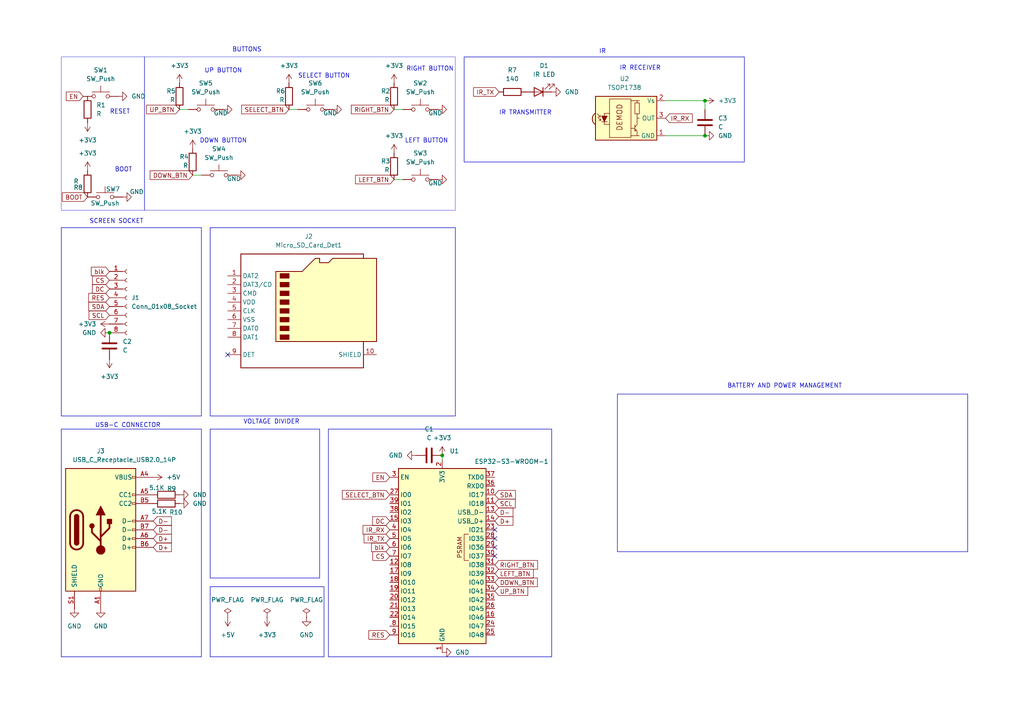
<source format=kicad_sch>
(kicad_sch
	(version 20250114)
	(generator "eeschema")
	(generator_version "9.0")
	(uuid "c410df0c-1574-4195-b759-580419c7cc94")
	(paper "A4")
	(title_block
		(title "SMOOCHIE PCB")
		(date "2026-02-18")
		(comment 2 "Made by Zane")
	)
	(lib_symbols
		(symbol "Connector:Conn_01x08_Socket"
			(pin_names
				(offset 1.016)
				(hide yes)
			)
			(exclude_from_sim no)
			(in_bom yes)
			(on_board yes)
			(property "Reference" "J"
				(at 0 10.16 0)
				(effects
					(font
						(size 1.27 1.27)
					)
				)
			)
			(property "Value" "Conn_01x08_Socket"
				(at 0 -12.7 0)
				(effects
					(font
						(size 1.27 1.27)
					)
				)
			)
			(property "Footprint" ""
				(at 0 0 0)
				(effects
					(font
						(size 1.27 1.27)
					)
					(hide yes)
				)
			)
			(property "Datasheet" "~"
				(at 0 0 0)
				(effects
					(font
						(size 1.27 1.27)
					)
					(hide yes)
				)
			)
			(property "Description" "Generic connector, single row, 01x08, script generated"
				(at 0 0 0)
				(effects
					(font
						(size 1.27 1.27)
					)
					(hide yes)
				)
			)
			(property "ki_locked" ""
				(at 0 0 0)
				(effects
					(font
						(size 1.27 1.27)
					)
				)
			)
			(property "ki_keywords" "connector"
				(at 0 0 0)
				(effects
					(font
						(size 1.27 1.27)
					)
					(hide yes)
				)
			)
			(property "ki_fp_filters" "Connector*:*_1x??_*"
				(at 0 0 0)
				(effects
					(font
						(size 1.27 1.27)
					)
					(hide yes)
				)
			)
			(symbol "Conn_01x08_Socket_1_1"
				(polyline
					(pts
						(xy -1.27 7.62) (xy -0.508 7.62)
					)
					(stroke
						(width 0.1524)
						(type default)
					)
					(fill
						(type none)
					)
				)
				(polyline
					(pts
						(xy -1.27 5.08) (xy -0.508 5.08)
					)
					(stroke
						(width 0.1524)
						(type default)
					)
					(fill
						(type none)
					)
				)
				(polyline
					(pts
						(xy -1.27 2.54) (xy -0.508 2.54)
					)
					(stroke
						(width 0.1524)
						(type default)
					)
					(fill
						(type none)
					)
				)
				(polyline
					(pts
						(xy -1.27 0) (xy -0.508 0)
					)
					(stroke
						(width 0.1524)
						(type default)
					)
					(fill
						(type none)
					)
				)
				(polyline
					(pts
						(xy -1.27 -2.54) (xy -0.508 -2.54)
					)
					(stroke
						(width 0.1524)
						(type default)
					)
					(fill
						(type none)
					)
				)
				(polyline
					(pts
						(xy -1.27 -5.08) (xy -0.508 -5.08)
					)
					(stroke
						(width 0.1524)
						(type default)
					)
					(fill
						(type none)
					)
				)
				(polyline
					(pts
						(xy -1.27 -7.62) (xy -0.508 -7.62)
					)
					(stroke
						(width 0.1524)
						(type default)
					)
					(fill
						(type none)
					)
				)
				(polyline
					(pts
						(xy -1.27 -10.16) (xy -0.508 -10.16)
					)
					(stroke
						(width 0.1524)
						(type default)
					)
					(fill
						(type none)
					)
				)
				(arc
					(start 0 7.112)
					(mid -0.5058 7.62)
					(end 0 8.128)
					(stroke
						(width 0.1524)
						(type default)
					)
					(fill
						(type none)
					)
				)
				(arc
					(start 0 4.572)
					(mid -0.5058 5.08)
					(end 0 5.588)
					(stroke
						(width 0.1524)
						(type default)
					)
					(fill
						(type none)
					)
				)
				(arc
					(start 0 2.032)
					(mid -0.5058 2.54)
					(end 0 3.048)
					(stroke
						(width 0.1524)
						(type default)
					)
					(fill
						(type none)
					)
				)
				(arc
					(start 0 -0.508)
					(mid -0.5058 0)
					(end 0 0.508)
					(stroke
						(width 0.1524)
						(type default)
					)
					(fill
						(type none)
					)
				)
				(arc
					(start 0 -3.048)
					(mid -0.5058 -2.54)
					(end 0 -2.032)
					(stroke
						(width 0.1524)
						(type default)
					)
					(fill
						(type none)
					)
				)
				(arc
					(start 0 -5.588)
					(mid -0.5058 -5.08)
					(end 0 -4.572)
					(stroke
						(width 0.1524)
						(type default)
					)
					(fill
						(type none)
					)
				)
				(arc
					(start 0 -8.128)
					(mid -0.5058 -7.62)
					(end 0 -7.112)
					(stroke
						(width 0.1524)
						(type default)
					)
					(fill
						(type none)
					)
				)
				(arc
					(start 0 -10.668)
					(mid -0.5058 -10.16)
					(end 0 -9.652)
					(stroke
						(width 0.1524)
						(type default)
					)
					(fill
						(type none)
					)
				)
				(pin passive line
					(at -5.08 7.62 0)
					(length 3.81)
					(name "Pin_1"
						(effects
							(font
								(size 1.27 1.27)
							)
						)
					)
					(number "1"
						(effects
							(font
								(size 1.27 1.27)
							)
						)
					)
				)
				(pin passive line
					(at -5.08 5.08 0)
					(length 3.81)
					(name "Pin_2"
						(effects
							(font
								(size 1.27 1.27)
							)
						)
					)
					(number "2"
						(effects
							(font
								(size 1.27 1.27)
							)
						)
					)
				)
				(pin passive line
					(at -5.08 2.54 0)
					(length 3.81)
					(name "Pin_3"
						(effects
							(font
								(size 1.27 1.27)
							)
						)
					)
					(number "3"
						(effects
							(font
								(size 1.27 1.27)
							)
						)
					)
				)
				(pin passive line
					(at -5.08 0 0)
					(length 3.81)
					(name "Pin_4"
						(effects
							(font
								(size 1.27 1.27)
							)
						)
					)
					(number "4"
						(effects
							(font
								(size 1.27 1.27)
							)
						)
					)
				)
				(pin passive line
					(at -5.08 -2.54 0)
					(length 3.81)
					(name "Pin_5"
						(effects
							(font
								(size 1.27 1.27)
							)
						)
					)
					(number "5"
						(effects
							(font
								(size 1.27 1.27)
							)
						)
					)
				)
				(pin passive line
					(at -5.08 -5.08 0)
					(length 3.81)
					(name "Pin_6"
						(effects
							(font
								(size 1.27 1.27)
							)
						)
					)
					(number "6"
						(effects
							(font
								(size 1.27 1.27)
							)
						)
					)
				)
				(pin passive line
					(at -5.08 -7.62 0)
					(length 3.81)
					(name "Pin_7"
						(effects
							(font
								(size 1.27 1.27)
							)
						)
					)
					(number "7"
						(effects
							(font
								(size 1.27 1.27)
							)
						)
					)
				)
				(pin passive line
					(at -5.08 -10.16 0)
					(length 3.81)
					(name "Pin_8"
						(effects
							(font
								(size 1.27 1.27)
							)
						)
					)
					(number "8"
						(effects
							(font
								(size 1.27 1.27)
							)
						)
					)
				)
			)
			(embedded_fonts no)
		)
		(symbol "Connector:Micro_SD_Card_Det1"
			(exclude_from_sim no)
			(in_bom yes)
			(on_board yes)
			(property "Reference" "J"
				(at -16.51 17.78 0)
				(effects
					(font
						(size 1.27 1.27)
					)
				)
			)
			(property "Value" "Micro_SD_Card_Det1"
				(at 16.51 17.78 0)
				(effects
					(font
						(size 1.27 1.27)
					)
					(justify right)
				)
			)
			(property "Footprint" ""
				(at 52.07 17.78 0)
				(effects
					(font
						(size 1.27 1.27)
					)
					(hide yes)
				)
			)
			(property "Datasheet" "https://datasheet.lcsc.com/lcsc/2110151630_XKB-Connectivity-XKTF-015-N_C381082.pdf"
				(at 0 2.54 0)
				(effects
					(font
						(size 1.27 1.27)
					)
					(hide yes)
				)
			)
			(property "Description" "Micro SD Card Socket with one card detection pin"
				(at 0 0 0)
				(effects
					(font
						(size 1.27 1.27)
					)
					(hide yes)
				)
			)
			(property "ki_keywords" "connector SD microsd"
				(at 0 0 0)
				(effects
					(font
						(size 1.27 1.27)
					)
					(hide yes)
				)
			)
			(property "ki_fp_filters" "microSD*"
				(at 0 0 0)
				(effects
					(font
						(size 1.27 1.27)
					)
					(hide yes)
				)
			)
			(symbol "Micro_SD_Card_Det1_0_1"
				(polyline
					(pts
						(xy -8.89 -8.89) (xy -8.89 11.43) (xy -1.27 11.43) (xy 2.54 15.24) (xy 3.81 15.24) (xy 3.81 13.97)
						(xy 6.35 13.97) (xy 7.62 15.24) (xy 20.32 15.24) (xy 20.32 -8.89) (xy -8.89 -8.89)
					)
					(stroke
						(width 0.254)
						(type default)
					)
					(fill
						(type background)
					)
				)
				(rectangle
					(start -7.62 10.795)
					(end -5.08 9.525)
					(stroke
						(width 0.254)
						(type default)
					)
					(fill
						(type outline)
					)
				)
				(rectangle
					(start -7.62 8.255)
					(end -5.08 6.985)
					(stroke
						(width 0.254)
						(type default)
					)
					(fill
						(type outline)
					)
				)
				(rectangle
					(start -7.62 5.715)
					(end -5.08 4.445)
					(stroke
						(width 0.254)
						(type default)
					)
					(fill
						(type outline)
					)
				)
				(rectangle
					(start -7.62 3.175)
					(end -5.08 1.905)
					(stroke
						(width 0.254)
						(type default)
					)
					(fill
						(type outline)
					)
				)
				(rectangle
					(start -7.62 0.635)
					(end -5.08 -0.635)
					(stroke
						(width 0.254)
						(type default)
					)
					(fill
						(type outline)
					)
				)
				(rectangle
					(start -7.62 -1.905)
					(end -5.08 -3.175)
					(stroke
						(width 0.254)
						(type default)
					)
					(fill
						(type outline)
					)
				)
				(rectangle
					(start -7.62 -4.445)
					(end -5.08 -5.715)
					(stroke
						(width 0.254)
						(type default)
					)
					(fill
						(type outline)
					)
				)
				(rectangle
					(start -7.62 -6.985)
					(end -5.08 -8.255)
					(stroke
						(width 0.254)
						(type default)
					)
					(fill
						(type outline)
					)
				)
				(polyline
					(pts
						(xy 16.51 15.24) (xy 16.51 16.51) (xy -19.05 16.51) (xy -19.05 -16.51) (xy 16.51 -16.51) (xy 16.51 -8.89)
					)
					(stroke
						(width 0.254)
						(type default)
					)
					(fill
						(type none)
					)
				)
			)
			(symbol "Micro_SD_Card_Det1_1_1"
				(pin bidirectional line
					(at -22.86 10.16 0)
					(length 3.81)
					(name "DAT2"
						(effects
							(font
								(size 1.27 1.27)
							)
						)
					)
					(number "1"
						(effects
							(font
								(size 1.27 1.27)
							)
						)
					)
				)
				(pin bidirectional line
					(at -22.86 7.62 0)
					(length 3.81)
					(name "DAT3/CD"
						(effects
							(font
								(size 1.27 1.27)
							)
						)
					)
					(number "2"
						(effects
							(font
								(size 1.27 1.27)
							)
						)
					)
				)
				(pin input line
					(at -22.86 5.08 0)
					(length 3.81)
					(name "CMD"
						(effects
							(font
								(size 1.27 1.27)
							)
						)
					)
					(number "3"
						(effects
							(font
								(size 1.27 1.27)
							)
						)
					)
				)
				(pin power_in line
					(at -22.86 2.54 0)
					(length 3.81)
					(name "VDD"
						(effects
							(font
								(size 1.27 1.27)
							)
						)
					)
					(number "4"
						(effects
							(font
								(size 1.27 1.27)
							)
						)
					)
				)
				(pin input line
					(at -22.86 0 0)
					(length 3.81)
					(name "CLK"
						(effects
							(font
								(size 1.27 1.27)
							)
						)
					)
					(number "5"
						(effects
							(font
								(size 1.27 1.27)
							)
						)
					)
				)
				(pin power_in line
					(at -22.86 -2.54 0)
					(length 3.81)
					(name "VSS"
						(effects
							(font
								(size 1.27 1.27)
							)
						)
					)
					(number "6"
						(effects
							(font
								(size 1.27 1.27)
							)
						)
					)
				)
				(pin bidirectional line
					(at -22.86 -5.08 0)
					(length 3.81)
					(name "DAT0"
						(effects
							(font
								(size 1.27 1.27)
							)
						)
					)
					(number "7"
						(effects
							(font
								(size 1.27 1.27)
							)
						)
					)
				)
				(pin bidirectional line
					(at -22.86 -7.62 0)
					(length 3.81)
					(name "DAT1"
						(effects
							(font
								(size 1.27 1.27)
							)
						)
					)
					(number "8"
						(effects
							(font
								(size 1.27 1.27)
							)
						)
					)
				)
				(pin passive line
					(at -22.86 -12.7 0)
					(length 3.81)
					(name "DET"
						(effects
							(font
								(size 1.27 1.27)
							)
						)
					)
					(number "9"
						(effects
							(font
								(size 1.27 1.27)
							)
						)
					)
				)
				(pin passive line
					(at 20.32 -12.7 180)
					(length 3.81)
					(name "SHIELD"
						(effects
							(font
								(size 1.27 1.27)
							)
						)
					)
					(number "10"
						(effects
							(font
								(size 1.27 1.27)
							)
						)
					)
				)
			)
			(embedded_fonts no)
		)
		(symbol "Connector:USB_C_Receptacle_USB2.0_14P"
			(pin_names
				(offset 1.016)
			)
			(exclude_from_sim no)
			(in_bom yes)
			(on_board yes)
			(property "Reference" "J"
				(at 0 22.225 0)
				(effects
					(font
						(size 1.27 1.27)
					)
				)
			)
			(property "Value" "USB_C_Receptacle_USB2.0_14P"
				(at 0 19.685 0)
				(effects
					(font
						(size 1.27 1.27)
					)
				)
			)
			(property "Footprint" ""
				(at 3.81 0 0)
				(effects
					(font
						(size 1.27 1.27)
					)
					(hide yes)
				)
			)
			(property "Datasheet" "https://www.usb.org/sites/default/files/documents/usb_type-c.zip"
				(at 3.81 0 0)
				(effects
					(font
						(size 1.27 1.27)
					)
					(hide yes)
				)
			)
			(property "Description" "USB 2.0-only 14P Type-C Receptacle connector"
				(at 0 0 0)
				(effects
					(font
						(size 1.27 1.27)
					)
					(hide yes)
				)
			)
			(property "ki_keywords" "usb universal serial bus type-C USB2.0"
				(at 0 0 0)
				(effects
					(font
						(size 1.27 1.27)
					)
					(hide yes)
				)
			)
			(property "ki_fp_filters" "USB*C*Receptacle*"
				(at 0 0 0)
				(effects
					(font
						(size 1.27 1.27)
					)
					(hide yes)
				)
			)
			(symbol "USB_C_Receptacle_USB2.0_14P_0_0"
				(rectangle
					(start -0.254 -17.78)
					(end 0.254 -16.764)
					(stroke
						(width 0)
						(type default)
					)
					(fill
						(type none)
					)
				)
				(rectangle
					(start 10.16 15.494)
					(end 9.144 14.986)
					(stroke
						(width 0)
						(type default)
					)
					(fill
						(type none)
					)
				)
				(rectangle
					(start 10.16 10.414)
					(end 9.144 9.906)
					(stroke
						(width 0)
						(type default)
					)
					(fill
						(type none)
					)
				)
				(rectangle
					(start 10.16 7.874)
					(end 9.144 7.366)
					(stroke
						(width 0)
						(type default)
					)
					(fill
						(type none)
					)
				)
				(rectangle
					(start 10.16 2.794)
					(end 9.144 2.286)
					(stroke
						(width 0)
						(type default)
					)
					(fill
						(type none)
					)
				)
				(rectangle
					(start 10.16 0.254)
					(end 9.144 -0.254)
					(stroke
						(width 0)
						(type default)
					)
					(fill
						(type none)
					)
				)
				(rectangle
					(start 10.16 -2.286)
					(end 9.144 -2.794)
					(stroke
						(width 0)
						(type default)
					)
					(fill
						(type none)
					)
				)
				(rectangle
					(start 10.16 -4.826)
					(end 9.144 -5.334)
					(stroke
						(width 0)
						(type default)
					)
					(fill
						(type none)
					)
				)
			)
			(symbol "USB_C_Receptacle_USB2.0_14P_0_1"
				(rectangle
					(start -10.16 17.78)
					(end 10.16 -17.78)
					(stroke
						(width 0.254)
						(type default)
					)
					(fill
						(type background)
					)
				)
				(polyline
					(pts
						(xy -8.89 -3.81) (xy -8.89 3.81)
					)
					(stroke
						(width 0.508)
						(type default)
					)
					(fill
						(type none)
					)
				)
				(rectangle
					(start -7.62 -3.81)
					(end -6.35 3.81)
					(stroke
						(width 0.254)
						(type default)
					)
					(fill
						(type outline)
					)
				)
				(arc
					(start -7.62 3.81)
					(mid -6.985 4.4423)
					(end -6.35 3.81)
					(stroke
						(width 0.254)
						(type default)
					)
					(fill
						(type none)
					)
				)
				(arc
					(start -7.62 3.81)
					(mid -6.985 4.4423)
					(end -6.35 3.81)
					(stroke
						(width 0.254)
						(type default)
					)
					(fill
						(type outline)
					)
				)
				(arc
					(start -8.89 3.81)
					(mid -6.985 5.7067)
					(end -5.08 3.81)
					(stroke
						(width 0.508)
						(type default)
					)
					(fill
						(type none)
					)
				)
				(arc
					(start -5.08 -3.81)
					(mid -6.985 -5.7067)
					(end -8.89 -3.81)
					(stroke
						(width 0.508)
						(type default)
					)
					(fill
						(type none)
					)
				)
				(arc
					(start -6.35 -3.81)
					(mid -6.985 -4.4423)
					(end -7.62 -3.81)
					(stroke
						(width 0.254)
						(type default)
					)
					(fill
						(type none)
					)
				)
				(arc
					(start -6.35 -3.81)
					(mid -6.985 -4.4423)
					(end -7.62 -3.81)
					(stroke
						(width 0.254)
						(type default)
					)
					(fill
						(type outline)
					)
				)
				(polyline
					(pts
						(xy -5.08 3.81) (xy -5.08 -3.81)
					)
					(stroke
						(width 0.508)
						(type default)
					)
					(fill
						(type none)
					)
				)
				(circle
					(center -2.54 1.143)
					(radius 0.635)
					(stroke
						(width 0.254)
						(type default)
					)
					(fill
						(type outline)
					)
				)
				(polyline
					(pts
						(xy -1.27 4.318) (xy 0 6.858) (xy 1.27 4.318) (xy -1.27 4.318)
					)
					(stroke
						(width 0.254)
						(type default)
					)
					(fill
						(type outline)
					)
				)
				(polyline
					(pts
						(xy 0 -2.032) (xy 2.54 0.508) (xy 2.54 1.778)
					)
					(stroke
						(width 0.508)
						(type default)
					)
					(fill
						(type none)
					)
				)
				(polyline
					(pts
						(xy 0 -3.302) (xy -2.54 -0.762) (xy -2.54 0.508)
					)
					(stroke
						(width 0.508)
						(type default)
					)
					(fill
						(type none)
					)
				)
				(polyline
					(pts
						(xy 0 -5.842) (xy 0 4.318)
					)
					(stroke
						(width 0.508)
						(type default)
					)
					(fill
						(type none)
					)
				)
				(circle
					(center 0 -5.842)
					(radius 1.27)
					(stroke
						(width 0)
						(type default)
					)
					(fill
						(type outline)
					)
				)
				(rectangle
					(start 1.905 1.778)
					(end 3.175 3.048)
					(stroke
						(width 0.254)
						(type default)
					)
					(fill
						(type outline)
					)
				)
			)
			(symbol "USB_C_Receptacle_USB2.0_14P_1_1"
				(pin passive line
					(at -7.62 -22.86 90)
					(length 5.08)
					(name "SHIELD"
						(effects
							(font
								(size 1.27 1.27)
							)
						)
					)
					(number "S1"
						(effects
							(font
								(size 1.27 1.27)
							)
						)
					)
				)
				(pin passive line
					(at 0 -22.86 90)
					(length 5.08)
					(name "GND"
						(effects
							(font
								(size 1.27 1.27)
							)
						)
					)
					(number "A1"
						(effects
							(font
								(size 1.27 1.27)
							)
						)
					)
				)
				(pin passive line
					(at 0 -22.86 90)
					(length 5.08)
					(hide yes)
					(name "GND"
						(effects
							(font
								(size 1.27 1.27)
							)
						)
					)
					(number "A12"
						(effects
							(font
								(size 1.27 1.27)
							)
						)
					)
				)
				(pin passive line
					(at 0 -22.86 90)
					(length 5.08)
					(hide yes)
					(name "GND"
						(effects
							(font
								(size 1.27 1.27)
							)
						)
					)
					(number "B1"
						(effects
							(font
								(size 1.27 1.27)
							)
						)
					)
				)
				(pin passive line
					(at 0 -22.86 90)
					(length 5.08)
					(hide yes)
					(name "GND"
						(effects
							(font
								(size 1.27 1.27)
							)
						)
					)
					(number "B12"
						(effects
							(font
								(size 1.27 1.27)
							)
						)
					)
				)
				(pin passive line
					(at 15.24 15.24 180)
					(length 5.08)
					(name "VBUS"
						(effects
							(font
								(size 1.27 1.27)
							)
						)
					)
					(number "A4"
						(effects
							(font
								(size 1.27 1.27)
							)
						)
					)
				)
				(pin passive line
					(at 15.24 15.24 180)
					(length 5.08)
					(hide yes)
					(name "VBUS"
						(effects
							(font
								(size 1.27 1.27)
							)
						)
					)
					(number "A9"
						(effects
							(font
								(size 1.27 1.27)
							)
						)
					)
				)
				(pin passive line
					(at 15.24 15.24 180)
					(length 5.08)
					(hide yes)
					(name "VBUS"
						(effects
							(font
								(size 1.27 1.27)
							)
						)
					)
					(number "B4"
						(effects
							(font
								(size 1.27 1.27)
							)
						)
					)
				)
				(pin passive line
					(at 15.24 15.24 180)
					(length 5.08)
					(hide yes)
					(name "VBUS"
						(effects
							(font
								(size 1.27 1.27)
							)
						)
					)
					(number "B9"
						(effects
							(font
								(size 1.27 1.27)
							)
						)
					)
				)
				(pin bidirectional line
					(at 15.24 10.16 180)
					(length 5.08)
					(name "CC1"
						(effects
							(font
								(size 1.27 1.27)
							)
						)
					)
					(number "A5"
						(effects
							(font
								(size 1.27 1.27)
							)
						)
					)
				)
				(pin bidirectional line
					(at 15.24 7.62 180)
					(length 5.08)
					(name "CC2"
						(effects
							(font
								(size 1.27 1.27)
							)
						)
					)
					(number "B5"
						(effects
							(font
								(size 1.27 1.27)
							)
						)
					)
				)
				(pin bidirectional line
					(at 15.24 2.54 180)
					(length 5.08)
					(name "D-"
						(effects
							(font
								(size 1.27 1.27)
							)
						)
					)
					(number "A7"
						(effects
							(font
								(size 1.27 1.27)
							)
						)
					)
				)
				(pin bidirectional line
					(at 15.24 0 180)
					(length 5.08)
					(name "D-"
						(effects
							(font
								(size 1.27 1.27)
							)
						)
					)
					(number "B7"
						(effects
							(font
								(size 1.27 1.27)
							)
						)
					)
				)
				(pin bidirectional line
					(at 15.24 -2.54 180)
					(length 5.08)
					(name "D+"
						(effects
							(font
								(size 1.27 1.27)
							)
						)
					)
					(number "A6"
						(effects
							(font
								(size 1.27 1.27)
							)
						)
					)
				)
				(pin bidirectional line
					(at 15.24 -5.08 180)
					(length 5.08)
					(name "D+"
						(effects
							(font
								(size 1.27 1.27)
							)
						)
					)
					(number "B6"
						(effects
							(font
								(size 1.27 1.27)
							)
						)
					)
				)
			)
			(embedded_fonts no)
		)
		(symbol "Device:C"
			(pin_numbers
				(hide yes)
			)
			(pin_names
				(offset 0.254)
			)
			(exclude_from_sim no)
			(in_bom yes)
			(on_board yes)
			(property "Reference" "C"
				(at 0.635 2.54 0)
				(effects
					(font
						(size 1.27 1.27)
					)
					(justify left)
				)
			)
			(property "Value" "C"
				(at 0.635 -2.54 0)
				(effects
					(font
						(size 1.27 1.27)
					)
					(justify left)
				)
			)
			(property "Footprint" ""
				(at 0.9652 -3.81 0)
				(effects
					(font
						(size 1.27 1.27)
					)
					(hide yes)
				)
			)
			(property "Datasheet" "~"
				(at 0 0 0)
				(effects
					(font
						(size 1.27 1.27)
					)
					(hide yes)
				)
			)
			(property "Description" "Unpolarized capacitor"
				(at 0 0 0)
				(effects
					(font
						(size 1.27 1.27)
					)
					(hide yes)
				)
			)
			(property "ki_keywords" "cap capacitor"
				(at 0 0 0)
				(effects
					(font
						(size 1.27 1.27)
					)
					(hide yes)
				)
			)
			(property "ki_fp_filters" "C_*"
				(at 0 0 0)
				(effects
					(font
						(size 1.27 1.27)
					)
					(hide yes)
				)
			)
			(symbol "C_0_1"
				(polyline
					(pts
						(xy -2.032 0.762) (xy 2.032 0.762)
					)
					(stroke
						(width 0.508)
						(type default)
					)
					(fill
						(type none)
					)
				)
				(polyline
					(pts
						(xy -2.032 -0.762) (xy 2.032 -0.762)
					)
					(stroke
						(width 0.508)
						(type default)
					)
					(fill
						(type none)
					)
				)
			)
			(symbol "C_1_1"
				(pin passive line
					(at 0 3.81 270)
					(length 2.794)
					(name "~"
						(effects
							(font
								(size 1.27 1.27)
							)
						)
					)
					(number "1"
						(effects
							(font
								(size 1.27 1.27)
							)
						)
					)
				)
				(pin passive line
					(at 0 -3.81 90)
					(length 2.794)
					(name "~"
						(effects
							(font
								(size 1.27 1.27)
							)
						)
					)
					(number "2"
						(effects
							(font
								(size 1.27 1.27)
							)
						)
					)
				)
			)
			(embedded_fonts no)
		)
		(symbol "Device:LED"
			(pin_numbers
				(hide yes)
			)
			(pin_names
				(offset 1.016)
				(hide yes)
			)
			(exclude_from_sim no)
			(in_bom yes)
			(on_board yes)
			(property "Reference" "D"
				(at 0 2.54 0)
				(effects
					(font
						(size 1.27 1.27)
					)
				)
			)
			(property "Value" "LED"
				(at 0 -2.54 0)
				(effects
					(font
						(size 1.27 1.27)
					)
				)
			)
			(property "Footprint" ""
				(at 0 0 0)
				(effects
					(font
						(size 1.27 1.27)
					)
					(hide yes)
				)
			)
			(property "Datasheet" "~"
				(at 0 0 0)
				(effects
					(font
						(size 1.27 1.27)
					)
					(hide yes)
				)
			)
			(property "Description" "Light emitting diode"
				(at 0 0 0)
				(effects
					(font
						(size 1.27 1.27)
					)
					(hide yes)
				)
			)
			(property "Sim.Pins" "1=K 2=A"
				(at 0 0 0)
				(effects
					(font
						(size 1.27 1.27)
					)
					(hide yes)
				)
			)
			(property "ki_keywords" "LED diode"
				(at 0 0 0)
				(effects
					(font
						(size 1.27 1.27)
					)
					(hide yes)
				)
			)
			(property "ki_fp_filters" "LED* LED_SMD:* LED_THT:*"
				(at 0 0 0)
				(effects
					(font
						(size 1.27 1.27)
					)
					(hide yes)
				)
			)
			(symbol "LED_0_1"
				(polyline
					(pts
						(xy -3.048 -0.762) (xy -4.572 -2.286) (xy -3.81 -2.286) (xy -4.572 -2.286) (xy -4.572 -1.524)
					)
					(stroke
						(width 0)
						(type default)
					)
					(fill
						(type none)
					)
				)
				(polyline
					(pts
						(xy -1.778 -0.762) (xy -3.302 -2.286) (xy -2.54 -2.286) (xy -3.302 -2.286) (xy -3.302 -1.524)
					)
					(stroke
						(width 0)
						(type default)
					)
					(fill
						(type none)
					)
				)
				(polyline
					(pts
						(xy -1.27 0) (xy 1.27 0)
					)
					(stroke
						(width 0)
						(type default)
					)
					(fill
						(type none)
					)
				)
				(polyline
					(pts
						(xy -1.27 -1.27) (xy -1.27 1.27)
					)
					(stroke
						(width 0.254)
						(type default)
					)
					(fill
						(type none)
					)
				)
				(polyline
					(pts
						(xy 1.27 -1.27) (xy 1.27 1.27) (xy -1.27 0) (xy 1.27 -1.27)
					)
					(stroke
						(width 0.254)
						(type default)
					)
					(fill
						(type none)
					)
				)
			)
			(symbol "LED_1_1"
				(pin passive line
					(at -3.81 0 0)
					(length 2.54)
					(name "K"
						(effects
							(font
								(size 1.27 1.27)
							)
						)
					)
					(number "1"
						(effects
							(font
								(size 1.27 1.27)
							)
						)
					)
				)
				(pin passive line
					(at 3.81 0 180)
					(length 2.54)
					(name "A"
						(effects
							(font
								(size 1.27 1.27)
							)
						)
					)
					(number "2"
						(effects
							(font
								(size 1.27 1.27)
							)
						)
					)
				)
			)
			(embedded_fonts no)
		)
		(symbol "Device:R"
			(pin_numbers
				(hide yes)
			)
			(pin_names
				(offset 0)
			)
			(exclude_from_sim no)
			(in_bom yes)
			(on_board yes)
			(property "Reference" "R"
				(at 2.032 0 90)
				(effects
					(font
						(size 1.27 1.27)
					)
				)
			)
			(property "Value" "R"
				(at 0 0 90)
				(effects
					(font
						(size 1.27 1.27)
					)
				)
			)
			(property "Footprint" ""
				(at -1.778 0 90)
				(effects
					(font
						(size 1.27 1.27)
					)
					(hide yes)
				)
			)
			(property "Datasheet" "~"
				(at 0 0 0)
				(effects
					(font
						(size 1.27 1.27)
					)
					(hide yes)
				)
			)
			(property "Description" "Resistor"
				(at 0 0 0)
				(effects
					(font
						(size 1.27 1.27)
					)
					(hide yes)
				)
			)
			(property "ki_keywords" "R res resistor"
				(at 0 0 0)
				(effects
					(font
						(size 1.27 1.27)
					)
					(hide yes)
				)
			)
			(property "ki_fp_filters" "R_*"
				(at 0 0 0)
				(effects
					(font
						(size 1.27 1.27)
					)
					(hide yes)
				)
			)
			(symbol "R_0_1"
				(rectangle
					(start -1.016 -2.54)
					(end 1.016 2.54)
					(stroke
						(width 0.254)
						(type default)
					)
					(fill
						(type none)
					)
				)
			)
			(symbol "R_1_1"
				(pin passive line
					(at 0 3.81 270)
					(length 1.27)
					(name "~"
						(effects
							(font
								(size 1.27 1.27)
							)
						)
					)
					(number "1"
						(effects
							(font
								(size 1.27 1.27)
							)
						)
					)
				)
				(pin passive line
					(at 0 -3.81 90)
					(length 1.27)
					(name "~"
						(effects
							(font
								(size 1.27 1.27)
							)
						)
					)
					(number "2"
						(effects
							(font
								(size 1.27 1.27)
							)
						)
					)
				)
			)
			(embedded_fonts no)
		)
		(symbol "Interface_Optical:TSOP17xx"
			(exclude_from_sim no)
			(in_bom yes)
			(on_board yes)
			(property "Reference" "U"
				(at -10.16 7.62 0)
				(effects
					(font
						(size 1.27 1.27)
					)
					(justify left)
				)
			)
			(property "Value" "TSOP17xx"
				(at -10.16 -7.62 0)
				(effects
					(font
						(size 1.27 1.27)
					)
					(justify left)
				)
			)
			(property "Footprint" "OptoDevice:Vishay_CAST-3Pin"
				(at -1.27 -9.525 0)
				(effects
					(font
						(size 1.27 1.27)
					)
					(hide yes)
				)
			)
			(property "Datasheet" "http://www.micropik.com/PDF/tsop17xx.pdf"
				(at 16.51 7.62 0)
				(effects
					(font
						(size 1.27 1.27)
					)
					(hide yes)
				)
			)
			(property "Description" "Photo Modules for PCM Remote Control Systems"
				(at 0 0 0)
				(effects
					(font
						(size 1.27 1.27)
					)
					(hide yes)
				)
			)
			(property "ki_keywords" "opto IR receiver"
				(at 0 0 0)
				(effects
					(font
						(size 1.27 1.27)
					)
					(hide yes)
				)
			)
			(property "ki_fp_filters" "Vishay*CAST*"
				(at 0 0 0)
				(effects
					(font
						(size 1.27 1.27)
					)
					(hide yes)
				)
			)
			(symbol "TSOP17xx_0_0"
				(arc
					(start -10.287 -1.778)
					(mid -11.0899 -0.1905)
					(end -10.287 1.397)
					(stroke
						(width 0.254)
						(type default)
					)
					(fill
						(type background)
					)
				)
				(polyline
					(pts
						(xy 1.905 5.08) (xy 0.127 5.08)
					)
					(stroke
						(width 0)
						(type default)
					)
					(fill
						(type none)
					)
				)
				(polyline
					(pts
						(xy 1.905 -5.08) (xy 0.127 -5.08)
					)
					(stroke
						(width 0)
						(type default)
					)
					(fill
						(type none)
					)
				)
				(text "DEMOD"
					(at -3.175 0.254 900)
					(effects
						(font
							(size 1.524 1.524)
						)
					)
				)
			)
			(symbol "TSOP17xx_0_1"
				(polyline
					(pts
						(xy -8.763 0.381) (xy -9.652 1.27)
					)
					(stroke
						(width 0)
						(type default)
					)
					(fill
						(type none)
					)
				)
				(polyline
					(pts
						(xy -8.763 0.381) (xy -9.271 0.381)
					)
					(stroke
						(width 0)
						(type default)
					)
					(fill
						(type none)
					)
				)
				(polyline
					(pts
						(xy -8.763 0.381) (xy -8.763 0.889)
					)
					(stroke
						(width 0)
						(type default)
					)
					(fill
						(type none)
					)
				)
				(polyline
					(pts
						(xy -8.636 -0.635) (xy -9.525 0.254)
					)
					(stroke
						(width 0)
						(type default)
					)
					(fill
						(type none)
					)
				)
				(polyline
					(pts
						(xy -8.636 -0.635) (xy -9.144 -0.635)
					)
					(stroke
						(width 0)
						(type default)
					)
					(fill
						(type none)
					)
				)
				(polyline
					(pts
						(xy -8.636 -0.635) (xy -8.636 -0.127)
					)
					(stroke
						(width 0)
						(type default)
					)
					(fill
						(type none)
					)
				)
				(polyline
					(pts
						(xy -8.382 0.635) (xy -6.731 0.635) (xy -7.62 -1.016) (xy -8.382 0.635)
					)
					(stroke
						(width 0)
						(type default)
					)
					(fill
						(type outline)
					)
				)
				(polyline
					(pts
						(xy -8.382 -1.016) (xy -6.731 -1.016)
					)
					(stroke
						(width 0)
						(type default)
					)
					(fill
						(type none)
					)
				)
				(rectangle
					(start -6.096 5.588)
					(end 0.127 -5.588)
					(stroke
						(width 0)
						(type default)
					)
					(fill
						(type none)
					)
				)
				(polyline
					(pts
						(xy -6.096 1.397) (xy -7.62 1.397) (xy -7.62 -1.778) (xy -6.096 -1.778)
					)
					(stroke
						(width 0)
						(type default)
					)
					(fill
						(type none)
					)
				)
				(polyline
					(pts
						(xy 1.27 -1.905) (xy 1.27 -3.81)
					)
					(stroke
						(width 0)
						(type default)
					)
					(fill
						(type none)
					)
				)
				(polyline
					(pts
						(xy 1.27 -2.54) (xy 1.905 -1.905) (xy 1.905 0) (xy 2.54 0)
					)
					(stroke
						(width 0)
						(type default)
					)
					(fill
						(type none)
					)
				)
				(polyline
					(pts
						(xy 1.27 -2.921) (xy 0.127 -2.921)
					)
					(stroke
						(width 0)
						(type default)
					)
					(fill
						(type none)
					)
				)
				(polyline
					(pts
						(xy 1.27 -3.175) (xy 1.905 -3.81) (xy 1.905 -5.08) (xy 2.54 -5.08)
					)
					(stroke
						(width 0)
						(type default)
					)
					(fill
						(type none)
					)
				)
				(polyline
					(pts
						(xy 1.397 -3.556) (xy 1.524 -3.556)
					)
					(stroke
						(width 0)
						(type default)
					)
					(fill
						(type none)
					)
				)
				(polyline
					(pts
						(xy 1.651 -3.556) (xy 1.524 -3.556)
					)
					(stroke
						(width 0)
						(type default)
					)
					(fill
						(type none)
					)
				)
				(polyline
					(pts
						(xy 1.651 -3.556) (xy 1.651 -3.302)
					)
					(stroke
						(width 0)
						(type default)
					)
					(fill
						(type none)
					)
				)
				(polyline
					(pts
						(xy 1.905 4.445) (xy 1.905 5.08) (xy 2.54 5.08)
					)
					(stroke
						(width 0)
						(type default)
					)
					(fill
						(type none)
					)
				)
				(polyline
					(pts
						(xy 1.905 0) (xy 1.905 1.27)
					)
					(stroke
						(width 0)
						(type default)
					)
					(fill
						(type none)
					)
				)
				(rectangle
					(start 2.54 1.27)
					(end 1.27 4.445)
					(stroke
						(width 0)
						(type default)
					)
					(fill
						(type none)
					)
				)
				(rectangle
					(start 7.62 6.35)
					(end -10.16 -6.35)
					(stroke
						(width 0.254)
						(type default)
					)
					(fill
						(type background)
					)
				)
			)
			(symbol "TSOP17xx_1_1"
				(pin power_in line
					(at 10.16 5.08 180)
					(length 2.54)
					(name "Vs"
						(effects
							(font
								(size 1.27 1.27)
							)
						)
					)
					(number "2"
						(effects
							(font
								(size 1.27 1.27)
							)
						)
					)
				)
				(pin output line
					(at 10.16 0 180)
					(length 2.54)
					(name "OUT"
						(effects
							(font
								(size 1.27 1.27)
							)
						)
					)
					(number "3"
						(effects
							(font
								(size 1.27 1.27)
							)
						)
					)
				)
				(pin power_in line
					(at 10.16 -5.08 180)
					(length 2.54)
					(name "GND"
						(effects
							(font
								(size 1.27 1.27)
							)
						)
					)
					(number "1"
						(effects
							(font
								(size 1.27 1.27)
							)
						)
					)
				)
			)
			(embedded_fonts no)
		)
		(symbol "RF_Module:ESP32-S3-WROOM-1"
			(exclude_from_sim no)
			(in_bom yes)
			(on_board yes)
			(property "Reference" "U"
				(at -12.7 26.67 0)
				(effects
					(font
						(size 1.27 1.27)
					)
				)
			)
			(property "Value" "ESP32-S3-WROOM-1"
				(at 12.7 26.67 0)
				(effects
					(font
						(size 1.27 1.27)
					)
				)
			)
			(property "Footprint" "RF_Module:ESP32-S3-WROOM-1"
				(at 0 2.54 0)
				(effects
					(font
						(size 1.27 1.27)
					)
					(hide yes)
				)
			)
			(property "Datasheet" "https://www.espressif.com/sites/default/files/documentation/esp32-s3-wroom-1_wroom-1u_datasheet_en.pdf"
				(at 0 0 0)
				(effects
					(font
						(size 1.27 1.27)
					)
					(hide yes)
				)
			)
			(property "Description" "RF Module, ESP32-S3 SoC, Wi-Fi 802.11b/g/n, Bluetooth, BLE, 32-bit, 3.3V, onboard antenna, SMD"
				(at 0 0 0)
				(effects
					(font
						(size 1.27 1.27)
					)
					(hide yes)
				)
			)
			(property "ki_keywords" "RF Radio BT ESP ESP32-S3 Espressif onboard PCB antenna"
				(at 0 0 0)
				(effects
					(font
						(size 1.27 1.27)
					)
					(hide yes)
				)
			)
			(property "ki_fp_filters" "ESP32?S3?WROOM?1*"
				(at 0 0 0)
				(effects
					(font
						(size 1.27 1.27)
					)
					(hide yes)
				)
			)
			(symbol "ESP32-S3-WROOM-1_0_0"
				(rectangle
					(start -12.7 25.4)
					(end 12.7 -25.4)
					(stroke
						(width 0.254)
						(type default)
					)
					(fill
						(type background)
					)
				)
				(text "PSRAM"
					(at 5.08 2.54 900)
					(effects
						(font
							(size 1.27 1.27)
						)
					)
				)
			)
			(symbol "ESP32-S3-WROOM-1_0_1"
				(polyline
					(pts
						(xy 7.62 -1.27) (xy 6.35 -1.27) (xy 6.35 6.35) (xy 7.62 6.35)
					)
					(stroke
						(width 0)
						(type default)
					)
					(fill
						(type none)
					)
				)
			)
			(symbol "ESP32-S3-WROOM-1_1_1"
				(pin input line
					(at -15.24 22.86 0)
					(length 2.54)
					(name "EN"
						(effects
							(font
								(size 1.27 1.27)
							)
						)
					)
					(number "3"
						(effects
							(font
								(size 1.27 1.27)
							)
						)
					)
				)
				(pin bidirectional line
					(at -15.24 17.78 0)
					(length 2.54)
					(name "IO0"
						(effects
							(font
								(size 1.27 1.27)
							)
						)
					)
					(number "27"
						(effects
							(font
								(size 1.27 1.27)
							)
						)
					)
				)
				(pin bidirectional line
					(at -15.24 15.24 0)
					(length 2.54)
					(name "IO1"
						(effects
							(font
								(size 1.27 1.27)
							)
						)
					)
					(number "39"
						(effects
							(font
								(size 1.27 1.27)
							)
						)
					)
				)
				(pin bidirectional line
					(at -15.24 12.7 0)
					(length 2.54)
					(name "IO2"
						(effects
							(font
								(size 1.27 1.27)
							)
						)
					)
					(number "38"
						(effects
							(font
								(size 1.27 1.27)
							)
						)
					)
				)
				(pin bidirectional line
					(at -15.24 10.16 0)
					(length 2.54)
					(name "IO3"
						(effects
							(font
								(size 1.27 1.27)
							)
						)
					)
					(number "15"
						(effects
							(font
								(size 1.27 1.27)
							)
						)
					)
				)
				(pin bidirectional line
					(at -15.24 7.62 0)
					(length 2.54)
					(name "IO4"
						(effects
							(font
								(size 1.27 1.27)
							)
						)
					)
					(number "4"
						(effects
							(font
								(size 1.27 1.27)
							)
						)
					)
				)
				(pin bidirectional line
					(at -15.24 5.08 0)
					(length 2.54)
					(name "IO5"
						(effects
							(font
								(size 1.27 1.27)
							)
						)
					)
					(number "5"
						(effects
							(font
								(size 1.27 1.27)
							)
						)
					)
				)
				(pin bidirectional line
					(at -15.24 2.54 0)
					(length 2.54)
					(name "IO6"
						(effects
							(font
								(size 1.27 1.27)
							)
						)
					)
					(number "6"
						(effects
							(font
								(size 1.27 1.27)
							)
						)
					)
				)
				(pin bidirectional line
					(at -15.24 0 0)
					(length 2.54)
					(name "IO7"
						(effects
							(font
								(size 1.27 1.27)
							)
						)
					)
					(number "7"
						(effects
							(font
								(size 1.27 1.27)
							)
						)
					)
				)
				(pin bidirectional line
					(at -15.24 -2.54 0)
					(length 2.54)
					(name "IO8"
						(effects
							(font
								(size 1.27 1.27)
							)
						)
					)
					(number "12"
						(effects
							(font
								(size 1.27 1.27)
							)
						)
					)
				)
				(pin bidirectional line
					(at -15.24 -5.08 0)
					(length 2.54)
					(name "IO9"
						(effects
							(font
								(size 1.27 1.27)
							)
						)
					)
					(number "17"
						(effects
							(font
								(size 1.27 1.27)
							)
						)
					)
				)
				(pin bidirectional line
					(at -15.24 -7.62 0)
					(length 2.54)
					(name "IO10"
						(effects
							(font
								(size 1.27 1.27)
							)
						)
					)
					(number "18"
						(effects
							(font
								(size 1.27 1.27)
							)
						)
					)
				)
				(pin bidirectional line
					(at -15.24 -10.16 0)
					(length 2.54)
					(name "IO11"
						(effects
							(font
								(size 1.27 1.27)
							)
						)
					)
					(number "19"
						(effects
							(font
								(size 1.27 1.27)
							)
						)
					)
				)
				(pin bidirectional line
					(at -15.24 -12.7 0)
					(length 2.54)
					(name "IO12"
						(effects
							(font
								(size 1.27 1.27)
							)
						)
					)
					(number "20"
						(effects
							(font
								(size 1.27 1.27)
							)
						)
					)
				)
				(pin bidirectional line
					(at -15.24 -15.24 0)
					(length 2.54)
					(name "IO13"
						(effects
							(font
								(size 1.27 1.27)
							)
						)
					)
					(number "21"
						(effects
							(font
								(size 1.27 1.27)
							)
						)
					)
				)
				(pin bidirectional line
					(at -15.24 -17.78 0)
					(length 2.54)
					(name "IO14"
						(effects
							(font
								(size 1.27 1.27)
							)
						)
					)
					(number "22"
						(effects
							(font
								(size 1.27 1.27)
							)
						)
					)
				)
				(pin bidirectional line
					(at -15.24 -20.32 0)
					(length 2.54)
					(name "IO15"
						(effects
							(font
								(size 1.27 1.27)
							)
						)
					)
					(number "8"
						(effects
							(font
								(size 1.27 1.27)
							)
						)
					)
				)
				(pin bidirectional line
					(at -15.24 -22.86 0)
					(length 2.54)
					(name "IO16"
						(effects
							(font
								(size 1.27 1.27)
							)
						)
					)
					(number "9"
						(effects
							(font
								(size 1.27 1.27)
							)
						)
					)
				)
				(pin power_in line
					(at 0 27.94 270)
					(length 2.54)
					(name "3V3"
						(effects
							(font
								(size 1.27 1.27)
							)
						)
					)
					(number "2"
						(effects
							(font
								(size 1.27 1.27)
							)
						)
					)
				)
				(pin power_in line
					(at 0 -27.94 90)
					(length 2.54)
					(name "GND"
						(effects
							(font
								(size 1.27 1.27)
							)
						)
					)
					(number "1"
						(effects
							(font
								(size 1.27 1.27)
							)
						)
					)
				)
				(pin passive line
					(at 0 -27.94 90)
					(length 2.54)
					(hide yes)
					(name "GND"
						(effects
							(font
								(size 1.27 1.27)
							)
						)
					)
					(number "40"
						(effects
							(font
								(size 1.27 1.27)
							)
						)
					)
				)
				(pin passive line
					(at 0 -27.94 90)
					(length 2.54)
					(hide yes)
					(name "GND"
						(effects
							(font
								(size 1.27 1.27)
							)
						)
					)
					(number "41"
						(effects
							(font
								(size 1.27 1.27)
							)
						)
					)
				)
				(pin bidirectional line
					(at 15.24 22.86 180)
					(length 2.54)
					(name "TXD0"
						(effects
							(font
								(size 1.27 1.27)
							)
						)
					)
					(number "37"
						(effects
							(font
								(size 1.27 1.27)
							)
						)
					)
				)
				(pin bidirectional line
					(at 15.24 20.32 180)
					(length 2.54)
					(name "RXD0"
						(effects
							(font
								(size 1.27 1.27)
							)
						)
					)
					(number "36"
						(effects
							(font
								(size 1.27 1.27)
							)
						)
					)
				)
				(pin bidirectional line
					(at 15.24 17.78 180)
					(length 2.54)
					(name "IO17"
						(effects
							(font
								(size 1.27 1.27)
							)
						)
					)
					(number "10"
						(effects
							(font
								(size 1.27 1.27)
							)
						)
					)
				)
				(pin bidirectional line
					(at 15.24 15.24 180)
					(length 2.54)
					(name "IO18"
						(effects
							(font
								(size 1.27 1.27)
							)
						)
					)
					(number "11"
						(effects
							(font
								(size 1.27 1.27)
							)
						)
					)
				)
				(pin bidirectional line
					(at 15.24 12.7 180)
					(length 2.54)
					(name "USB_D-"
						(effects
							(font
								(size 1.27 1.27)
							)
						)
					)
					(number "13"
						(effects
							(font
								(size 1.27 1.27)
							)
						)
					)
					(alternate "IO19" bidirectional line)
				)
				(pin bidirectional line
					(at 15.24 10.16 180)
					(length 2.54)
					(name "USB_D+"
						(effects
							(font
								(size 1.27 1.27)
							)
						)
					)
					(number "14"
						(effects
							(font
								(size 1.27 1.27)
							)
						)
					)
					(alternate "IO20" bidirectional line)
				)
				(pin bidirectional line
					(at 15.24 7.62 180)
					(length 2.54)
					(name "IO21"
						(effects
							(font
								(size 1.27 1.27)
							)
						)
					)
					(number "23"
						(effects
							(font
								(size 1.27 1.27)
							)
						)
					)
				)
				(pin bidirectional line
					(at 15.24 5.08 180)
					(length 2.54)
					(name "IO35"
						(effects
							(font
								(size 1.27 1.27)
							)
						)
					)
					(number "28"
						(effects
							(font
								(size 1.27 1.27)
							)
						)
					)
				)
				(pin bidirectional line
					(at 15.24 2.54 180)
					(length 2.54)
					(name "IO36"
						(effects
							(font
								(size 1.27 1.27)
							)
						)
					)
					(number "29"
						(effects
							(font
								(size 1.27 1.27)
							)
						)
					)
				)
				(pin bidirectional line
					(at 15.24 0 180)
					(length 2.54)
					(name "IO37"
						(effects
							(font
								(size 1.27 1.27)
							)
						)
					)
					(number "30"
						(effects
							(font
								(size 1.27 1.27)
							)
						)
					)
				)
				(pin bidirectional line
					(at 15.24 -2.54 180)
					(length 2.54)
					(name "IO38"
						(effects
							(font
								(size 1.27 1.27)
							)
						)
					)
					(number "31"
						(effects
							(font
								(size 1.27 1.27)
							)
						)
					)
				)
				(pin bidirectional line
					(at 15.24 -5.08 180)
					(length 2.54)
					(name "IO39"
						(effects
							(font
								(size 1.27 1.27)
							)
						)
					)
					(number "32"
						(effects
							(font
								(size 1.27 1.27)
							)
						)
					)
				)
				(pin bidirectional line
					(at 15.24 -7.62 180)
					(length 2.54)
					(name "IO40"
						(effects
							(font
								(size 1.27 1.27)
							)
						)
					)
					(number "33"
						(effects
							(font
								(size 1.27 1.27)
							)
						)
					)
				)
				(pin bidirectional line
					(at 15.24 -10.16 180)
					(length 2.54)
					(name "IO41"
						(effects
							(font
								(size 1.27 1.27)
							)
						)
					)
					(number "34"
						(effects
							(font
								(size 1.27 1.27)
							)
						)
					)
				)
				(pin bidirectional line
					(at 15.24 -12.7 180)
					(length 2.54)
					(name "IO42"
						(effects
							(font
								(size 1.27 1.27)
							)
						)
					)
					(number "35"
						(effects
							(font
								(size 1.27 1.27)
							)
						)
					)
				)
				(pin bidirectional line
					(at 15.24 -15.24 180)
					(length 2.54)
					(name "IO45"
						(effects
							(font
								(size 1.27 1.27)
							)
						)
					)
					(number "26"
						(effects
							(font
								(size 1.27 1.27)
							)
						)
					)
				)
				(pin bidirectional line
					(at 15.24 -17.78 180)
					(length 2.54)
					(name "IO46"
						(effects
							(font
								(size 1.27 1.27)
							)
						)
					)
					(number "16"
						(effects
							(font
								(size 1.27 1.27)
							)
						)
					)
				)
				(pin bidirectional line
					(at 15.24 -20.32 180)
					(length 2.54)
					(name "IO47"
						(effects
							(font
								(size 1.27 1.27)
							)
						)
					)
					(number "24"
						(effects
							(font
								(size 1.27 1.27)
							)
						)
					)
				)
				(pin bidirectional line
					(at 15.24 -22.86 180)
					(length 2.54)
					(name "IO48"
						(effects
							(font
								(size 1.27 1.27)
							)
						)
					)
					(number "25"
						(effects
							(font
								(size 1.27 1.27)
							)
						)
					)
				)
			)
			(embedded_fonts no)
		)
		(symbol "Switch:SW_Push"
			(pin_numbers
				(hide yes)
			)
			(pin_names
				(offset 1.016)
				(hide yes)
			)
			(exclude_from_sim no)
			(in_bom yes)
			(on_board yes)
			(property "Reference" "SW"
				(at 1.27 2.54 0)
				(effects
					(font
						(size 1.27 1.27)
					)
					(justify left)
				)
			)
			(property "Value" "SW_Push"
				(at 0 -1.524 0)
				(effects
					(font
						(size 1.27 1.27)
					)
				)
			)
			(property "Footprint" ""
				(at 0 5.08 0)
				(effects
					(font
						(size 1.27 1.27)
					)
					(hide yes)
				)
			)
			(property "Datasheet" "~"
				(at 0 5.08 0)
				(effects
					(font
						(size 1.27 1.27)
					)
					(hide yes)
				)
			)
			(property "Description" "Push button switch, generic, two pins"
				(at 0 0 0)
				(effects
					(font
						(size 1.27 1.27)
					)
					(hide yes)
				)
			)
			(property "ki_keywords" "switch normally-open pushbutton push-button"
				(at 0 0 0)
				(effects
					(font
						(size 1.27 1.27)
					)
					(hide yes)
				)
			)
			(symbol "SW_Push_0_1"
				(circle
					(center -2.032 0)
					(radius 0.508)
					(stroke
						(width 0)
						(type default)
					)
					(fill
						(type none)
					)
				)
				(polyline
					(pts
						(xy 0 1.27) (xy 0 3.048)
					)
					(stroke
						(width 0)
						(type default)
					)
					(fill
						(type none)
					)
				)
				(circle
					(center 2.032 0)
					(radius 0.508)
					(stroke
						(width 0)
						(type default)
					)
					(fill
						(type none)
					)
				)
				(polyline
					(pts
						(xy 2.54 1.27) (xy -2.54 1.27)
					)
					(stroke
						(width 0)
						(type default)
					)
					(fill
						(type none)
					)
				)
				(pin passive line
					(at -5.08 0 0)
					(length 2.54)
					(name "1"
						(effects
							(font
								(size 1.27 1.27)
							)
						)
					)
					(number "1"
						(effects
							(font
								(size 1.27 1.27)
							)
						)
					)
				)
				(pin passive line
					(at 5.08 0 180)
					(length 2.54)
					(name "2"
						(effects
							(font
								(size 1.27 1.27)
							)
						)
					)
					(number "2"
						(effects
							(font
								(size 1.27 1.27)
							)
						)
					)
				)
			)
			(embedded_fonts no)
		)
		(symbol "power:+3V3"
			(power)
			(pin_numbers
				(hide yes)
			)
			(pin_names
				(offset 0)
				(hide yes)
			)
			(exclude_from_sim no)
			(in_bom yes)
			(on_board yes)
			(property "Reference" "#PWR"
				(at 0 -3.81 0)
				(effects
					(font
						(size 1.27 1.27)
					)
					(hide yes)
				)
			)
			(property "Value" "+3V3"
				(at 0 3.556 0)
				(effects
					(font
						(size 1.27 1.27)
					)
				)
			)
			(property "Footprint" ""
				(at 0 0 0)
				(effects
					(font
						(size 1.27 1.27)
					)
					(hide yes)
				)
			)
			(property "Datasheet" ""
				(at 0 0 0)
				(effects
					(font
						(size 1.27 1.27)
					)
					(hide yes)
				)
			)
			(property "Description" "Power symbol creates a global label with name \"+3V3\""
				(at 0 0 0)
				(effects
					(font
						(size 1.27 1.27)
					)
					(hide yes)
				)
			)
			(property "ki_keywords" "global power"
				(at 0 0 0)
				(effects
					(font
						(size 1.27 1.27)
					)
					(hide yes)
				)
			)
			(symbol "+3V3_0_1"
				(polyline
					(pts
						(xy -0.762 1.27) (xy 0 2.54)
					)
					(stroke
						(width 0)
						(type default)
					)
					(fill
						(type none)
					)
				)
				(polyline
					(pts
						(xy 0 2.54) (xy 0.762 1.27)
					)
					(stroke
						(width 0)
						(type default)
					)
					(fill
						(type none)
					)
				)
				(polyline
					(pts
						(xy 0 0) (xy 0 2.54)
					)
					(stroke
						(width 0)
						(type default)
					)
					(fill
						(type none)
					)
				)
			)
			(symbol "+3V3_1_1"
				(pin power_in line
					(at 0 0 90)
					(length 0)
					(name "~"
						(effects
							(font
								(size 1.27 1.27)
							)
						)
					)
					(number "1"
						(effects
							(font
								(size 1.27 1.27)
							)
						)
					)
				)
			)
			(embedded_fonts no)
		)
		(symbol "power:+5V"
			(power)
			(pin_numbers
				(hide yes)
			)
			(pin_names
				(offset 0)
				(hide yes)
			)
			(exclude_from_sim no)
			(in_bom yes)
			(on_board yes)
			(property "Reference" "#PWR"
				(at 0 -3.81 0)
				(effects
					(font
						(size 1.27 1.27)
					)
					(hide yes)
				)
			)
			(property "Value" "+5V"
				(at 0 3.556 0)
				(effects
					(font
						(size 1.27 1.27)
					)
				)
			)
			(property "Footprint" ""
				(at 0 0 0)
				(effects
					(font
						(size 1.27 1.27)
					)
					(hide yes)
				)
			)
			(property "Datasheet" ""
				(at 0 0 0)
				(effects
					(font
						(size 1.27 1.27)
					)
					(hide yes)
				)
			)
			(property "Description" "Power symbol creates a global label with name \"+5V\""
				(at 0 0 0)
				(effects
					(font
						(size 1.27 1.27)
					)
					(hide yes)
				)
			)
			(property "ki_keywords" "global power"
				(at 0 0 0)
				(effects
					(font
						(size 1.27 1.27)
					)
					(hide yes)
				)
			)
			(symbol "+5V_0_1"
				(polyline
					(pts
						(xy -0.762 1.27) (xy 0 2.54)
					)
					(stroke
						(width 0)
						(type default)
					)
					(fill
						(type none)
					)
				)
				(polyline
					(pts
						(xy 0 2.54) (xy 0.762 1.27)
					)
					(stroke
						(width 0)
						(type default)
					)
					(fill
						(type none)
					)
				)
				(polyline
					(pts
						(xy 0 0) (xy 0 2.54)
					)
					(stroke
						(width 0)
						(type default)
					)
					(fill
						(type none)
					)
				)
			)
			(symbol "+5V_1_1"
				(pin power_in line
					(at 0 0 90)
					(length 0)
					(name "~"
						(effects
							(font
								(size 1.27 1.27)
							)
						)
					)
					(number "1"
						(effects
							(font
								(size 1.27 1.27)
							)
						)
					)
				)
			)
			(embedded_fonts no)
		)
		(symbol "power:GND"
			(power)
			(pin_numbers
				(hide yes)
			)
			(pin_names
				(offset 0)
				(hide yes)
			)
			(exclude_from_sim no)
			(in_bom yes)
			(on_board yes)
			(property "Reference" "#PWR"
				(at 0 -6.35 0)
				(effects
					(font
						(size 1.27 1.27)
					)
					(hide yes)
				)
			)
			(property "Value" "GND"
				(at 0 -3.81 0)
				(effects
					(font
						(size 1.27 1.27)
					)
				)
			)
			(property "Footprint" ""
				(at 0 0 0)
				(effects
					(font
						(size 1.27 1.27)
					)
					(hide yes)
				)
			)
			(property "Datasheet" ""
				(at 0 0 0)
				(effects
					(font
						(size 1.27 1.27)
					)
					(hide yes)
				)
			)
			(property "Description" "Power symbol creates a global label with name \"GND\" , ground"
				(at 0 0 0)
				(effects
					(font
						(size 1.27 1.27)
					)
					(hide yes)
				)
			)
			(property "ki_keywords" "global power"
				(at 0 0 0)
				(effects
					(font
						(size 1.27 1.27)
					)
					(hide yes)
				)
			)
			(symbol "GND_0_1"
				(polyline
					(pts
						(xy 0 0) (xy 0 -1.27) (xy 1.27 -1.27) (xy 0 -2.54) (xy -1.27 -1.27) (xy 0 -1.27)
					)
					(stroke
						(width 0)
						(type default)
					)
					(fill
						(type none)
					)
				)
			)
			(symbol "GND_1_1"
				(pin power_in line
					(at 0 0 270)
					(length 0)
					(name "~"
						(effects
							(font
								(size 1.27 1.27)
							)
						)
					)
					(number "1"
						(effects
							(font
								(size 1.27 1.27)
							)
						)
					)
				)
			)
			(embedded_fonts no)
		)
		(symbol "power:PWR_FLAG"
			(power)
			(pin_numbers
				(hide yes)
			)
			(pin_names
				(offset 0)
				(hide yes)
			)
			(exclude_from_sim no)
			(in_bom yes)
			(on_board yes)
			(property "Reference" "#FLG"
				(at 0 1.905 0)
				(effects
					(font
						(size 1.27 1.27)
					)
					(hide yes)
				)
			)
			(property "Value" "PWR_FLAG"
				(at 0 3.81 0)
				(effects
					(font
						(size 1.27 1.27)
					)
				)
			)
			(property "Footprint" ""
				(at 0 0 0)
				(effects
					(font
						(size 1.27 1.27)
					)
					(hide yes)
				)
			)
			(property "Datasheet" "~"
				(at 0 0 0)
				(effects
					(font
						(size 1.27 1.27)
					)
					(hide yes)
				)
			)
			(property "Description" "Special symbol for telling ERC where power comes from"
				(at 0 0 0)
				(effects
					(font
						(size 1.27 1.27)
					)
					(hide yes)
				)
			)
			(property "ki_keywords" "flag power"
				(at 0 0 0)
				(effects
					(font
						(size 1.27 1.27)
					)
					(hide yes)
				)
			)
			(symbol "PWR_FLAG_0_0"
				(pin power_out line
					(at 0 0 90)
					(length 0)
					(name "~"
						(effects
							(font
								(size 1.27 1.27)
							)
						)
					)
					(number "1"
						(effects
							(font
								(size 1.27 1.27)
							)
						)
					)
				)
			)
			(symbol "PWR_FLAG_0_1"
				(polyline
					(pts
						(xy 0 0) (xy 0 1.27) (xy -1.016 1.905) (xy 0 2.54) (xy 1.016 1.905) (xy 0 1.27)
					)
					(stroke
						(width 0)
						(type default)
					)
					(fill
						(type none)
					)
				)
			)
			(embedded_fonts no)
		)
	)
	(rectangle
		(start 60.96 124.46)
		(end 92.71 167.64)
		(stroke
			(width 0)
			(type default)
		)
		(fill
			(type none)
		)
		(uuid 2ca9ab37-e9e3-40b4-a190-fb1272062f60)
	)
	(rectangle
		(start 179.07 114.3)
		(end 280.67 160.02)
		(stroke
			(width 0)
			(type default)
		)
		(fill
			(type none)
		)
		(uuid 4e53e844-2b78-4127-87a6-d22ced2ac9af)
	)
	(rectangle
		(start 17.78 16.51)
		(end 132.08 60.96)
		(stroke
			(width 0.0254)
			(type solid)
		)
		(fill
			(type none)
		)
		(uuid 58f91710-f7c3-441f-9a66-47a8f1527240)
	)
	(rectangle
		(start 17.78 124.46)
		(end 58.42 190.5)
		(stroke
			(width 0)
			(type default)
		)
		(fill
			(type none)
		)
		(uuid 710658e4-ce3c-4fba-8bd2-8a027d931971)
	)
	(rectangle
		(start 60.96 170.18)
		(end 93.98 190.5)
		(stroke
			(width 0)
			(type default)
		)
		(fill
			(type none)
		)
		(uuid 80fcdc07-2909-4ea5-8336-47e72e1ef1d3)
	)
	(rectangle
		(start 17.78 66.04)
		(end 58.42 120.65)
		(stroke
			(width 0)
			(type default)
		)
		(fill
			(type none)
		)
		(uuid 82d0a5d6-4f85-47ea-b793-c8583f038224)
	)
	(rectangle
		(start 95.25 124.46)
		(end 160.02 190.5)
		(stroke
			(width 0)
			(type default)
		)
		(fill
			(type none)
		)
		(uuid 90032d29-81a9-43a8-912b-51a25f0b7ab0)
	)
	(rectangle
		(start 134.62 16.51)
		(end 215.9 46.99)
		(stroke
			(width 0)
			(type default)
		)
		(fill
			(type none)
		)
		(uuid c814caa8-449d-44f7-b757-e65a68ff5e0a)
	)
	(rectangle
		(start 60.96 66.04)
		(end 132.08 120.65)
		(stroke
			(width 0)
			(type default)
		)
		(fill
			(type none)
		)
		(uuid cb9a7cdc-735a-4990-8b91-c9e41f13d6e1)
	)
	(text "SELECT BUTTON\n"
		(exclude_from_sim no)
		(at 93.98 22.098 0)
		(effects
			(font
				(size 1.27 1.27)
			)
		)
		(uuid "0487541f-7c22-40be-97a1-70070852573f")
	)
	(text "SCREEN SOCKET"
		(exclude_from_sim no)
		(at 33.782 64.262 0)
		(effects
			(font
				(size 1.27 1.27)
			)
		)
		(uuid "0ef8638d-3a6f-4396-b3b8-426fa34f2e50")
	)
	(text "RIGHT BUTTON\n"
		(exclude_from_sim no)
		(at 124.714 20.066 0)
		(effects
			(font
				(size 1.27 1.27)
			)
		)
		(uuid "1593d0db-6264-496b-9045-a68ad16459e8")
	)
	(text "IR TRANSMITTER"
		(exclude_from_sim no)
		(at 152.4 32.766 0)
		(effects
			(font
				(size 1.27 1.27)
			)
		)
		(uuid "6be22198-dff0-49d3-b96b-f50bbdd4273f")
	)
	(text "VOLTAGE DIVIDER\n"
		(exclude_from_sim no)
		(at 78.74 122.428 0)
		(effects
			(font
				(size 1.27 1.27)
			)
		)
		(uuid "74bf8cb6-c1ce-46b6-9bf5-e1ccc9e7bd9c")
	)
	(text "IR RECEIVER"
		(exclude_from_sim no)
		(at 185.674 19.812 0)
		(effects
			(font
				(size 1.27 1.27)
			)
		)
		(uuid "76993b1b-3f5e-44b1-956a-3a418d26006a")
	)
	(text "IR"
		(exclude_from_sim no)
		(at 174.752 14.986 0)
		(effects
			(font
				(size 1.27 1.27)
			)
		)
		(uuid "8005263b-6817-4522-9a44-fb1ebd45e917")
	)
	(text "BATTERY AND POWER MANAGEMENT"
		(exclude_from_sim no)
		(at 227.584 112.014 0)
		(effects
			(font
				(size 1.27 1.27)
			)
		)
		(uuid "8d7529bc-c336-4c94-8729-90f175e6000a")
	)
	(text "LEFT BUTTON\n"
		(exclude_from_sim no)
		(at 123.698 40.894 0)
		(effects
			(font
				(size 1.27 1.27)
			)
		)
		(uuid "94df8153-9ce1-4185-9112-a83da574c1ba")
	)
	(text "USB-C CONNECTOR"
		(exclude_from_sim no)
		(at 37.084 123.444 0)
		(effects
			(font
				(size 1.27 1.27)
			)
		)
		(uuid "a7e68042-b32a-43b2-bdfe-d70d136d1365")
	)
	(text "BOOT"
		(exclude_from_sim no)
		(at 35.814 49.276 0)
		(effects
			(font
				(size 1.27 1.27)
			)
		)
		(uuid "abc9faca-298e-423d-93f8-fbfa4fa1797f")
	)
	(text "BUTTONS\n"
		(exclude_from_sim no)
		(at 71.628 14.478 0)
		(effects
			(font
				(size 1.27 1.27)
			)
		)
		(uuid "b812f6d5-33d0-4002-8a79-01f5f94a0956")
	)
	(text "UP BUTTON"
		(exclude_from_sim no)
		(at 64.77 20.574 0)
		(effects
			(font
				(size 1.27 1.27)
			)
		)
		(uuid "bb42c978-003e-4f2a-a280-59efd56e2c84")
	)
	(text "RESET"
		(exclude_from_sim no)
		(at 34.798 32.512 0)
		(effects
			(font
				(size 1.27 1.27)
			)
		)
		(uuid "c504fe92-5e3f-4454-a627-3d8bd6a35e44")
	)
	(text "DOWN BUTTON\n"
		(exclude_from_sim no)
		(at 64.77 40.894 0)
		(effects
			(font
				(size 1.27 1.27)
			)
		)
		(uuid "cd3a2442-894a-456a-b9ef-037c2a222951")
	)
	(junction
		(at 128.27 132.08)
		(diameter 0)
		(color 0 0 0 0)
		(uuid "bed312a5-82ca-49df-875a-c04980a0ea12")
	)
	(junction
		(at 204.47 39.37)
		(diameter 0)
		(color 0 0 0 0)
		(uuid "c52f02f9-0a4f-422c-9350-f973eabf2842")
	)
	(junction
		(at 31.75 96.52)
		(diameter 0)
		(color 0 0 0 0)
		(uuid "e8771f84-e0e2-4b5b-8a38-6b0b37d72de2")
	)
	(junction
		(at 204.47 29.21)
		(diameter 0)
		(color 0 0 0 0)
		(uuid "ebc5eb8c-0438-42f0-98ff-74c3f5803281")
	)
	(no_connect
		(at 143.51 161.29)
		(uuid "360ab2cb-5397-46f5-b2f0-2a90fa904dff")
	)
	(no_connect
		(at 143.51 158.75)
		(uuid "4ca42e6a-5054-429e-af4e-c1f8d5df002b")
	)
	(no_connect
		(at 143.51 156.21)
		(uuid "b59bc57f-f848-4cd0-9f89-506f6ac7f16e")
	)
	(no_connect
		(at 66.04 102.87)
		(uuid "c88f479c-df70-48a1-b717-454f8691a51a")
	)
	(no_connect
		(at 143.51 153.67)
		(uuid "e816d6b3-240d-4813-96c7-bf415108d591")
	)
	(wire
		(pts
			(xy 204.47 29.21) (xy 204.47 31.75)
		)
		(stroke
			(width 0)
			(type default)
		)
		(uuid "1a22ff39-61e3-42c0-a4be-a7139bb41c01")
	)
	(wire
		(pts
			(xy 193.04 39.37) (xy 204.47 39.37)
		)
		(stroke
			(width 0)
			(type default)
		)
		(uuid "33f2bec5-506e-4429-98ce-ee82c337bfc8")
	)
	(wire
		(pts
			(xy 83.82 31.75) (xy 86.36 31.75)
		)
		(stroke
			(width 0)
			(type default)
		)
		(uuid "65eaad18-f7bb-495e-8be7-986831e26389")
	)
	(wire
		(pts
			(xy 55.88 50.8) (xy 58.42 50.8)
		)
		(stroke
			(width 0)
			(type default)
		)
		(uuid "6e299a2f-32e4-4461-9057-ebf57fc07a11")
	)
	(wire
		(pts
			(xy 114.3 31.75) (xy 116.84 31.75)
		)
		(stroke
			(width 0)
			(type default)
		)
		(uuid "7a9d3f00-2e45-4d26-ab7f-d96f11752b4f")
	)
	(polyline
		(pts
			(xy 41.91 16.51) (xy 41.91 60.96)
		)
		(stroke
			(width 0)
			(type default)
		)
		(uuid "8428df90-3e50-4c71-8aa6-760e6905cabe")
	)
	(wire
		(pts
			(xy 193.04 29.21) (xy 204.47 29.21)
		)
		(stroke
			(width 0)
			(type default)
		)
		(uuid "9884b400-d19f-4fe6-a6af-28e214307a61")
	)
	(wire
		(pts
			(xy 128.27 132.08) (xy 128.27 133.35)
		)
		(stroke
			(width 0)
			(type default)
		)
		(uuid "ab5401f4-c086-4e6a-b429-54f2cc551bb3")
	)
	(wire
		(pts
			(xy 25.4 27.94) (xy 24.13 27.94)
		)
		(stroke
			(width 0)
			(type default)
		)
		(uuid "bdae7f81-afff-4604-a7c5-2c79fc9aff4f")
	)
	(wire
		(pts
			(xy 52.07 31.75) (xy 54.61 31.75)
		)
		(stroke
			(width 0)
			(type default)
		)
		(uuid "ddca488a-5920-4206-8bc9-445eab1ba6b4")
	)
	(wire
		(pts
			(xy 114.3 52.07) (xy 116.84 52.07)
		)
		(stroke
			(width 0)
			(type default)
		)
		(uuid "df9ca991-7da3-4f79-9f1d-f2ba90bafb75")
	)
	(global_label "SDA"
		(shape input)
		(at 31.75 88.9 180)
		(fields_autoplaced yes)
		(effects
			(font
				(size 1.27 1.27)
			)
			(justify right)
		)
		(uuid "00d71c67-d743-4db0-bbdf-3f5fd4520b54")
		(property "Intersheetrefs" "${INTERSHEET_REFS}"
			(at 25.1967 88.9 0)
			(effects
				(font
					(size 1.27 1.27)
				)
				(justify right)
				(hide yes)
			)
		)
	)
	(global_label "DOWN_BTN"
		(shape input)
		(at 55.88 50.8 180)
		(fields_autoplaced yes)
		(effects
			(font
				(size 1.27 1.27)
			)
			(justify right)
		)
		(uuid "01362866-6751-4556-beb1-b74a3ed5ba8b")
		(property "Intersheetrefs" "${INTERSHEET_REFS}"
			(at 42.9767 50.8 0)
			(effects
				(font
					(size 1.27 1.27)
				)
				(justify right)
				(hide yes)
			)
		)
	)
	(global_label "IR_TX"
		(shape input)
		(at 113.03 156.21 180)
		(fields_autoplaced yes)
		(effects
			(font
				(size 1.27 1.27)
			)
			(justify right)
		)
		(uuid "0b162a41-aa1a-47a3-bf31-455748a864e5")
		(property "Intersheetrefs" "${INTERSHEET_REFS}"
			(at 105.0253 156.21 0)
			(effects
				(font
					(size 1.27 1.27)
				)
				(justify right)
				(hide yes)
			)
		)
	)
	(global_label "RIGHT_BTN"
		(shape input)
		(at 114.3 31.75 180)
		(fields_autoplaced yes)
		(effects
			(font
				(size 1.27 1.27)
			)
			(justify right)
		)
		(uuid "12b71130-c7f7-49f8-8bee-bf0ec4cbc523")
		(property "Intersheetrefs" "${INTERSHEET_REFS}"
			(at 101.3362 31.75 0)
			(effects
				(font
					(size 1.27 1.27)
				)
				(justify right)
				(hide yes)
			)
		)
	)
	(global_label "UP_BTN"
		(shape input)
		(at 143.51 171.45 0)
		(fields_autoplaced yes)
		(effects
			(font
				(size 1.27 1.27)
			)
			(justify left)
		)
		(uuid "13a92581-458b-4462-b30d-ca9fa7c2fa24")
		(property "Intersheetrefs" "${INTERSHEET_REFS}"
			(at 148.9142 171.45 0)
			(effects
				(font
					(size 1.27 1.27)
				)
				(justify left)
				(hide yes)
			)
		)
	)
	(global_label "IR_RX"
		(shape input)
		(at 193.04 34.29 0)
		(fields_autoplaced yes)
		(effects
			(font
				(size 1.27 1.27)
			)
			(justify left)
		)
		(uuid "183b8f19-9044-4235-8a83-2f23c5d9d460")
		(property "Intersheetrefs" "${INTERSHEET_REFS}"
			(at 201.3471 34.29 0)
			(effects
				(font
					(size 1.27 1.27)
				)
				(justify left)
				(hide yes)
			)
		)
	)
	(global_label "blk"
		(shape input)
		(at 31.75 78.74 180)
		(fields_autoplaced yes)
		(effects
			(font
				(size 1.27 1.27)
			)
			(justify right)
		)
		(uuid "1a58c13d-ba8f-4af0-a8ff-920de1a4eb54")
		(property "Intersheetrefs" "${INTERSHEET_REFS}"
			(at 25.9225 78.74 0)
			(effects
				(font
					(size 1.27 1.27)
				)
				(justify right)
				(hide yes)
			)
		)
	)
	(global_label "RES"
		(shape input)
		(at 113.03 184.15 180)
		(fields_autoplaced yes)
		(effects
			(font
				(size 1.27 1.27)
			)
			(justify right)
		)
		(uuid "1f2404ed-0ec0-47be-b7cb-2e1b7bb9a255")
		(property "Intersheetrefs" "${INTERSHEET_REFS}"
			(at 106.4163 184.15 0)
			(effects
				(font
					(size 1.27 1.27)
				)
				(justify right)
				(hide yes)
			)
		)
	)
	(global_label "UP_BTN"
		(shape input)
		(at 52.07 31.75 180)
		(fields_autoplaced yes)
		(effects
			(font
				(size 1.27 1.27)
			)
			(justify right)
		)
		(uuid "29cbc8b0-92d3-4927-8868-d8d9b40fce47")
		(property "Intersheetrefs" "${INTERSHEET_REFS}"
			(at 46.6658 31.75 0)
			(effects
				(font
					(size 1.27 1.27)
				)
				(justify right)
				(hide yes)
			)
		)
	)
	(global_label "DOWN_BTN"
		(shape input)
		(at 143.51 168.91 0)
		(fields_autoplaced yes)
		(effects
			(font
				(size 1.27 1.27)
			)
			(justify left)
		)
		(uuid "2a75ad6b-882c-49c7-a875-9e0da5877c7a")
		(property "Intersheetrefs" "${INTERSHEET_REFS}"
			(at 148.9142 168.91 0)
			(effects
				(font
					(size 1.27 1.27)
				)
				(justify left)
				(hide yes)
			)
		)
	)
	(global_label "D-"
		(shape input)
		(at 44.45 153.67 0)
		(fields_autoplaced yes)
		(effects
			(font
				(size 1.27 1.27)
			)
			(justify left)
		)
		(uuid "2ac93579-30b0-486d-9f1c-5fdaff3ac2a6")
		(property "Intersheetrefs" "${INTERSHEET_REFS}"
			(at 50.2776 153.67 0)
			(effects
				(font
					(size 1.27 1.27)
				)
				(justify left)
				(hide yes)
			)
		)
	)
	(global_label "BOOT"
		(shape input)
		(at 25.4 57.15 180)
		(fields_autoplaced yes)
		(effects
			(font
				(size 1.27 1.27)
			)
			(justify right)
		)
		(uuid "2cce4f59-f435-4901-8be4-8a19e7a1b4d2")
		(property "Intersheetrefs" "${INTERSHEET_REFS}"
			(at 19.9353 57.15 0)
			(effects
				(font
					(size 1.27 1.27)
				)
				(justify right)
				(hide yes)
			)
		)
	)
	(global_label "LEFT_BTN"
		(shape input)
		(at 114.3 52.07 180)
		(fields_autoplaced yes)
		(effects
			(font
				(size 1.27 1.27)
			)
			(justify right)
		)
		(uuid "3241ea04-e8ee-44ea-9104-92cb6a34b8cd")
		(property "Intersheetrefs" "${INTERSHEET_REFS}"
			(at 108.8958 52.07 0)
			(effects
				(font
					(size 1.27 1.27)
				)
				(justify right)
				(hide yes)
			)
		)
	)
	(global_label "CS"
		(shape input)
		(at 113.03 161.29 180)
		(fields_autoplaced yes)
		(effects
			(font
				(size 1.27 1.27)
			)
			(justify right)
		)
		(uuid "341fb320-43ad-42af-81f7-3a7c991438f2")
		(property "Intersheetrefs" "${INTERSHEET_REFS}"
			(at 107.5653 161.29 0)
			(effects
				(font
					(size 1.27 1.27)
				)
				(justify right)
				(hide yes)
			)
		)
	)
	(global_label "SCL"
		(shape input)
		(at 143.51 146.05 0)
		(fields_autoplaced yes)
		(effects
			(font
				(size 1.27 1.27)
			)
			(justify left)
		)
		(uuid "3d83e646-5430-4260-b948-9d250dd44c59")
		(property "Intersheetrefs" "${INTERSHEET_REFS}"
			(at 150.0028 146.05 0)
			(effects
				(font
					(size 1.27 1.27)
				)
				(justify left)
				(hide yes)
			)
		)
	)
	(global_label "blk"
		(shape input)
		(at 113.03 158.75 180)
		(fields_autoplaced yes)
		(effects
			(font
				(size 1.27 1.27)
			)
			(justify right)
		)
		(uuid "4711180d-e857-4516-bd44-7a8dd14c6b6a")
		(property "Intersheetrefs" "${INTERSHEET_REFS}"
			(at 107.2025 158.75 0)
			(effects
				(font
					(size 1.27 1.27)
				)
				(justify right)
				(hide yes)
			)
		)
	)
	(global_label "D-"
		(shape input)
		(at 44.45 151.13 0)
		(fields_autoplaced yes)
		(effects
			(font
				(size 1.27 1.27)
			)
			(justify left)
		)
		(uuid "4c7f97df-42b7-4994-9a1c-4c711934ab97")
		(property "Intersheetrefs" "${INTERSHEET_REFS}"
			(at 50.2776 151.13 0)
			(effects
				(font
					(size 1.27 1.27)
				)
				(justify left)
				(hide yes)
			)
		)
	)
	(global_label "D+"
		(shape input)
		(at 143.51 151.13 0)
		(fields_autoplaced yes)
		(effects
			(font
				(size 1.27 1.27)
			)
			(justify left)
		)
		(uuid "4f50cda8-97cd-45fb-8e26-da71fd8ea71a")
		(property "Intersheetrefs" "${INTERSHEET_REFS}"
			(at 149.3376 151.13 0)
			(effects
				(font
					(size 1.27 1.27)
				)
				(justify left)
				(hide yes)
			)
		)
	)
	(global_label "RIGHT_BTN"
		(shape input)
		(at 143.51 163.83 0)
		(fields_autoplaced yes)
		(effects
			(font
				(size 1.27 1.27)
			)
			(justify left)
		)
		(uuid "532a8ea0-5b7b-418e-b5ab-f6a4e0a85a04")
		(property "Intersheetrefs" "${INTERSHEET_REFS}"
			(at 148.9142 163.83 0)
			(effects
				(font
					(size 1.27 1.27)
				)
				(justify left)
				(hide yes)
			)
		)
	)
	(global_label "EN"
		(shape input)
		(at 24.13 27.94 180)
		(fields_autoplaced yes)
		(effects
			(font
				(size 1.27 1.27)
			)
			(justify right)
		)
		(uuid "54f4b167-acb3-42d1-aa10-598898172e6a")
		(property "Intersheetrefs" "${INTERSHEET_REFS}"
			(at 18.6653 27.94 0)
			(effects
				(font
					(size 1.27 1.27)
				)
				(justify right)
				(hide yes)
			)
		)
	)
	(global_label "DC"
		(shape input)
		(at 31.75 83.82 180)
		(fields_autoplaced yes)
		(effects
			(font
				(size 1.27 1.27)
			)
			(justify right)
		)
		(uuid "6148a705-899e-4a0e-a6e4-3081f4bd465f")
		(property "Intersheetrefs" "${INTERSHEET_REFS}"
			(at 26.2248 83.82 0)
			(effects
				(font
					(size 1.27 1.27)
				)
				(justify right)
				(hide yes)
			)
		)
	)
	(global_label "SCL"
		(shape input)
		(at 31.75 91.44 180)
		(fields_autoplaced yes)
		(effects
			(font
				(size 1.27 1.27)
			)
			(justify right)
		)
		(uuid "65241afd-51d4-4d35-816c-0d372a80cba9")
		(property "Intersheetrefs" "${INTERSHEET_REFS}"
			(at 25.2572 91.44 0)
			(effects
				(font
					(size 1.27 1.27)
				)
				(justify right)
				(hide yes)
			)
		)
	)
	(global_label "IR_RX"
		(shape input)
		(at 113.03 153.67 180)
		(fields_autoplaced yes)
		(effects
			(font
				(size 1.27 1.27)
			)
			(justify right)
		)
		(uuid "694efae5-89fc-470b-b165-053b3d973663")
		(property "Intersheetrefs" "${INTERSHEET_REFS}"
			(at 105.0253 153.67 0)
			(effects
				(font
					(size 1.27 1.27)
				)
				(justify right)
				(hide yes)
			)
		)
	)
	(global_label "EN"
		(shape input)
		(at 113.03 138.43 180)
		(fields_autoplaced yes)
		(effects
			(font
				(size 1.27 1.27)
			)
			(justify right)
		)
		(uuid "6f811c79-9bf4-4958-8504-5cbca5f39c66")
		(property "Intersheetrefs" "${INTERSHEET_REFS}"
			(at 107.5653 138.43 0)
			(effects
				(font
					(size 1.27 1.27)
				)
				(justify right)
				(hide yes)
			)
		)
	)
	(global_label "D+"
		(shape input)
		(at 44.45 156.21 0)
		(fields_autoplaced yes)
		(effects
			(font
				(size 1.27 1.27)
			)
			(justify left)
		)
		(uuid "7a89568d-adf3-42ed-a5de-302d62c54465")
		(property "Intersheetrefs" "${INTERSHEET_REFS}"
			(at 50.2776 156.21 0)
			(effects
				(font
					(size 1.27 1.27)
				)
				(justify left)
				(hide yes)
			)
		)
	)
	(global_label "SELECT_BTN"
		(shape input)
		(at 83.82 31.75 180)
		(fields_autoplaced yes)
		(effects
			(font
				(size 1.27 1.27)
			)
			(justify right)
		)
		(uuid "8b6aea15-80bf-4006-950a-a08ba42511f1")
		(property "Intersheetrefs" "${INTERSHEET_REFS}"
			(at 79.6253 31.75 0)
			(effects
				(font
					(size 1.27 1.27)
				)
				(justify right)
				(hide yes)
			)
		)
	)
	(global_label "D-"
		(shape input)
		(at 143.51 148.59 0)
		(fields_autoplaced yes)
		(effects
			(font
				(size 1.27 1.27)
			)
			(justify left)
		)
		(uuid "92170fe2-7c41-4ffe-8fe3-808b579d4a19")
		(property "Intersheetrefs" "${INTERSHEET_REFS}"
			(at 149.3376 148.59 0)
			(effects
				(font
					(size 1.27 1.27)
				)
				(justify left)
				(hide yes)
			)
		)
	)
	(global_label "DC"
		(shape input)
		(at 113.03 151.13 180)
		(fields_autoplaced yes)
		(effects
			(font
				(size 1.27 1.27)
			)
			(justify right)
		)
		(uuid "9a6e6d6d-68e6-4c01-a668-d32afb47ce5e")
		(property "Intersheetrefs" "${INTERSHEET_REFS}"
			(at 107.5048 151.13 0)
			(effects
				(font
					(size 1.27 1.27)
				)
				(justify right)
				(hide yes)
			)
		)
	)
	(global_label "RES"
		(shape input)
		(at 31.75 86.36 180)
		(fields_autoplaced yes)
		(effects
			(font
				(size 1.27 1.27)
			)
			(justify right)
		)
		(uuid "af018c65-267f-4ebb-9618-0372dbea89ab")
		(property "Intersheetrefs" "${INTERSHEET_REFS}"
			(at 25.1363 86.36 0)
			(effects
				(font
					(size 1.27 1.27)
				)
				(justify right)
				(hide yes)
			)
		)
	)
	(global_label "IR_TX"
		(shape input)
		(at 144.78 26.67 180)
		(fields_autoplaced yes)
		(effects
			(font
				(size 1.27 1.27)
			)
			(justify right)
		)
		(uuid "b1e08726-4e51-4f2f-8db0-375533e4531c")
		(property "Intersheetrefs" "${INTERSHEET_REFS}"
			(at 136.7753 26.67 0)
			(effects
				(font
					(size 1.27 1.27)
				)
				(justify right)
				(hide yes)
			)
		)
	)
	(global_label "SELECT_BTN"
		(shape input)
		(at 113.03 143.51 180)
		(fields_autoplaced yes)
		(effects
			(font
				(size 1.27 1.27)
			)
			(justify right)
		)
		(uuid "b2c99a33-be07-4c3e-89d9-0d076e9a7f75")
		(property "Intersheetrefs" "${INTERSHEET_REFS}"
			(at 98.7359 143.51 0)
			(effects
				(font
					(size 1.27 1.27)
				)
				(justify right)
				(hide yes)
			)
		)
	)
	(global_label "D+"
		(shape input)
		(at 44.45 158.75 0)
		(fields_autoplaced yes)
		(effects
			(font
				(size 1.27 1.27)
			)
			(justify left)
		)
		(uuid "bb48c1ef-34df-4949-a881-2f57e18b6ba2")
		(property "Intersheetrefs" "${INTERSHEET_REFS}"
			(at 50.2776 158.75 0)
			(effects
				(font
					(size 1.27 1.27)
				)
				(justify left)
				(hide yes)
			)
		)
	)
	(global_label "SDA"
		(shape input)
		(at 143.51 143.51 0)
		(fields_autoplaced yes)
		(effects
			(font
				(size 1.27 1.27)
			)
			(justify left)
		)
		(uuid "cdadafa4-129c-416b-bfc5-24dae2189560")
		(property "Intersheetrefs" "${INTERSHEET_REFS}"
			(at 150.0633 143.51 0)
			(effects
				(font
					(size 1.27 1.27)
				)
				(justify left)
				(hide yes)
			)
		)
	)
	(global_label "CS"
		(shape input)
		(at 31.75 81.28 180)
		(fields_autoplaced yes)
		(effects
			(font
				(size 1.27 1.27)
			)
			(justify right)
		)
		(uuid "da333b75-7b1f-4e63-a2a8-9206a5b202cd")
		(property "Intersheetrefs" "${INTERSHEET_REFS}"
			(at 26.2853 81.28 0)
			(effects
				(font
					(size 1.27 1.27)
				)
				(justify right)
				(hide yes)
			)
		)
	)
	(global_label "LEFT_BTN"
		(shape input)
		(at 143.51 166.37 0)
		(fields_autoplaced yes)
		(effects
			(font
				(size 1.27 1.27)
			)
			(justify left)
		)
		(uuid "e126ef06-e134-47c3-9e39-b613bc08a50c")
		(property "Intersheetrefs" "${INTERSHEET_REFS}"
			(at 155.2642 166.37 0)
			(effects
				(font
					(size 1.27 1.27)
				)
				(justify left)
				(hide yes)
			)
		)
	)
	(symbol
		(lib_id "Switch:SW_Push")
		(at 121.92 31.75 0)
		(unit 1)
		(exclude_from_sim no)
		(in_bom yes)
		(on_board yes)
		(dnp no)
		(fields_autoplaced yes)
		(uuid "042b145e-2bc9-42aa-8ec7-d195547183a1")
		(property "Reference" "SW2"
			(at 121.92 24.13 0)
			(effects
				(font
					(size 1.27 1.27)
				)
			)
		)
		(property "Value" "SW_Push"
			(at 121.92 26.67 0)
			(effects
				(font
					(size 1.27 1.27)
				)
			)
		)
		(property "Footprint" ""
			(at 121.92 26.67 0)
			(effects
				(font
					(size 1.27 1.27)
				)
				(hide yes)
			)
		)
		(property "Datasheet" "~"
			(at 121.92 26.67 0)
			(effects
				(font
					(size 1.27 1.27)
				)
				(hide yes)
			)
		)
		(property "Description" "Push button switch, generic, two pins"
			(at 121.92 31.75 0)
			(effects
				(font
					(size 1.27 1.27)
				)
				(hide yes)
			)
		)
		(pin "1"
			(uuid "9fd4df6d-8a79-4e8a-878a-1788f170106d")
		)
		(pin "2"
			(uuid "488bad78-c752-4063-99df-8dac7d9ee48d")
		)
		(instances
			(project "smoochie"
				(path "/c410df0c-1574-4195-b759-580419c7cc94"
					(reference "SW2")
					(unit 1)
				)
			)
		)
	)
	(symbol
		(lib_id "power:GND")
		(at 88.9 179.07 0)
		(unit 1)
		(exclude_from_sim no)
		(in_bom yes)
		(on_board yes)
		(dnp no)
		(fields_autoplaced yes)
		(uuid "0770dca4-ee0d-475d-99a7-336f86ed3332")
		(property "Reference" "#PWR01"
			(at 88.9 185.42 0)
			(effects
				(font
					(size 1.27 1.27)
				)
				(hide yes)
			)
		)
		(property "Value" "GND"
			(at 88.9 184.15 0)
			(effects
				(font
					(size 1.27 1.27)
				)
			)
		)
		(property "Footprint" ""
			(at 88.9 179.07 0)
			(effects
				(font
					(size 1.27 1.27)
				)
				(hide yes)
			)
		)
		(property "Datasheet" ""
			(at 88.9 179.07 0)
			(effects
				(font
					(size 1.27 1.27)
				)
				(hide yes)
			)
		)
		(property "Description" "Power symbol creates a global label with name \"GND\" , ground"
			(at 88.9 179.07 0)
			(effects
				(font
					(size 1.27 1.27)
				)
				(hide yes)
			)
		)
		(pin "1"
			(uuid "cfadfd3f-9bc2-43eb-affc-75b78a7d1c0e")
		)
		(instances
			(project ""
				(path "/c410df0c-1574-4195-b759-580419c7cc94"
					(reference "#PWR01")
					(unit 1)
				)
			)
		)
	)
	(symbol
		(lib_id "power:GND")
		(at 34.29 27.94 90)
		(unit 1)
		(exclude_from_sim no)
		(in_bom yes)
		(on_board yes)
		(dnp no)
		(fields_autoplaced yes)
		(uuid "08992070-bd01-4928-a7bf-3de54e159478")
		(property "Reference" "#PWR06"
			(at 40.64 27.94 0)
			(effects
				(font
					(size 1.27 1.27)
				)
				(hide yes)
			)
		)
		(property "Value" "GND"
			(at 38.1 27.9399 90)
			(effects
				(font
					(size 1.27 1.27)
				)
				(justify right)
			)
		)
		(property "Footprint" ""
			(at 34.29 27.94 0)
			(effects
				(font
					(size 1.27 1.27)
				)
				(hide yes)
			)
		)
		(property "Datasheet" ""
			(at 34.29 27.94 0)
			(effects
				(font
					(size 1.27 1.27)
				)
				(hide yes)
			)
		)
		(property "Description" "Power symbol creates a global label with name \"GND\" , ground"
			(at 34.29 27.94 0)
			(effects
				(font
					(size 1.27 1.27)
				)
				(hide yes)
			)
		)
		(pin "1"
			(uuid "e8796208-6ce6-4458-94b9-f1780fd3ef8e")
		)
		(instances
			(project "smoochie"
				(path "/c410df0c-1574-4195-b759-580419c7cc94"
					(reference "#PWR06")
					(unit 1)
				)
			)
		)
	)
	(symbol
		(lib_id "Device:R")
		(at 52.07 27.94 0)
		(unit 1)
		(exclude_from_sim no)
		(in_bom yes)
		(on_board yes)
		(dnp no)
		(uuid "091e2b5e-ce39-4047-9796-f51c92535c3d")
		(property "Reference" "R5"
			(at 48.26 26.416 0)
			(effects
				(font
					(size 1.27 1.27)
				)
				(justify left)
			)
		)
		(property "Value" "R"
			(at 49.276 28.956 0)
			(effects
				(font
					(size 1.27 1.27)
				)
				(justify left)
			)
		)
		(property "Footprint" ""
			(at 50.292 27.94 90)
			(effects
				(font
					(size 1.27 1.27)
				)
				(hide yes)
			)
		)
		(property "Datasheet" "~"
			(at 52.07 27.94 0)
			(effects
				(font
					(size 1.27 1.27)
				)
				(hide yes)
			)
		)
		(property "Description" "Resistor"
			(at 52.07 27.94 0)
			(effects
				(font
					(size 1.27 1.27)
				)
				(hide yes)
			)
		)
		(pin "2"
			(uuid "d16390d9-04cf-4c39-9c39-a2be69287e10")
		)
		(pin "1"
			(uuid "f6d0b98e-13ba-4576-b431-2742748ca6b0")
		)
		(instances
			(project "smoochie"
				(path "/c410df0c-1574-4195-b759-580419c7cc94"
					(reference "R5")
					(unit 1)
				)
			)
		)
	)
	(symbol
		(lib_id "power:+3V3")
		(at 77.47 179.07 180)
		(unit 1)
		(exclude_from_sim no)
		(in_bom yes)
		(on_board yes)
		(dnp no)
		(fields_autoplaced yes)
		(uuid "09e368cb-04d1-4236-9183-98f3b4c44983")
		(property "Reference" "#PWR02"
			(at 77.47 175.26 0)
			(effects
				(font
					(size 1.27 1.27)
				)
				(hide yes)
			)
		)
		(property "Value" "+3V3"
			(at 77.47 184.15 0)
			(effects
				(font
					(size 1.27 1.27)
				)
			)
		)
		(property "Footprint" ""
			(at 77.47 179.07 0)
			(effects
				(font
					(size 1.27 1.27)
				)
				(hide yes)
			)
		)
		(property "Datasheet" ""
			(at 77.47 179.07 0)
			(effects
				(font
					(size 1.27 1.27)
				)
				(hide yes)
			)
		)
		(property "Description" "Power symbol creates a global label with name \"+3V3\""
			(at 77.47 179.07 0)
			(effects
				(font
					(size 1.27 1.27)
				)
				(hide yes)
			)
		)
		(pin "1"
			(uuid "4d75cef8-742b-47d3-b0f1-c493417054ee")
		)
		(instances
			(project ""
				(path "/c410df0c-1574-4195-b759-580419c7cc94"
					(reference "#PWR02")
					(unit 1)
				)
			)
		)
	)
	(symbol
		(lib_id "Interface_Optical:TSOP17xx")
		(at 182.88 34.29 0)
		(unit 1)
		(exclude_from_sim no)
		(in_bom yes)
		(on_board yes)
		(dnp no)
		(fields_autoplaced yes)
		(uuid "0cea6860-c319-4d23-a768-d44e7634de41")
		(property "Reference" "U2"
			(at 181.145 22.86 0)
			(effects
				(font
					(size 1.27 1.27)
				)
			)
		)
		(property "Value" "TSOP1738"
			(at 181.145 25.4 0)
			(effects
				(font
					(size 1.27 1.27)
				)
			)
		)
		(property "Footprint" "OptoDevice:Vishay_CAST-3Pin"
			(at 181.61 43.815 0)
			(effects
				(font
					(size 1.27 1.27)
				)
				(hide yes)
			)
		)
		(property "Datasheet" "http://www.micropik.com/PDF/tsop17xx.pdf"
			(at 199.39 26.67 0)
			(effects
				(font
					(size 1.27 1.27)
				)
				(hide yes)
			)
		)
		(property "Description" "Photo Modules for PCM Remote Control Systems"
			(at 182.88 34.29 0)
			(effects
				(font
					(size 1.27 1.27)
				)
				(hide yes)
			)
		)
		(pin "3"
			(uuid "23b78856-8a3c-4c79-aeb4-d27127175e8f")
		)
		(pin "1"
			(uuid "04184bfa-a943-4b5c-8f50-b532d739848b")
		)
		(pin "2"
			(uuid "2acf16fc-c19a-448a-b1a1-a2aba3d21a83")
		)
		(instances
			(project ""
				(path "/c410df0c-1574-4195-b759-580419c7cc94"
					(reference "U2")
					(unit 1)
				)
			)
		)
	)
	(symbol
		(lib_id "power:GND")
		(at 68.58 50.8 90)
		(unit 1)
		(exclude_from_sim no)
		(in_bom yes)
		(on_board yes)
		(dnp no)
		(uuid "104e02af-c913-4cea-982a-ed23a877f6d6")
		(property "Reference" "#PWR016"
			(at 74.93 50.8 0)
			(effects
				(font
					(size 1.27 1.27)
				)
				(hide yes)
			)
		)
		(property "Value" "GND"
			(at 65.786 51.816 90)
			(effects
				(font
					(size 1.27 1.27)
				)
				(justify right)
			)
		)
		(property "Footprint" ""
			(at 68.58 50.8 0)
			(effects
				(font
					(size 1.27 1.27)
				)
				(hide yes)
			)
		)
		(property "Datasheet" ""
			(at 68.58 50.8 0)
			(effects
				(font
					(size 1.27 1.27)
				)
				(hide yes)
			)
		)
		(property "Description" "Power symbol creates a global label with name \"GND\" , ground"
			(at 68.58 50.8 0)
			(effects
				(font
					(size 1.27 1.27)
				)
				(hide yes)
			)
		)
		(pin "1"
			(uuid "2bc93da5-7994-4ec2-80ed-52f9f371eb24")
		)
		(instances
			(project "smoochie"
				(path "/c410df0c-1574-4195-b759-580419c7cc94"
					(reference "#PWR016")
					(unit 1)
				)
			)
		)
	)
	(symbol
		(lib_id "power:GND")
		(at 64.77 31.75 90)
		(unit 1)
		(exclude_from_sim no)
		(in_bom yes)
		(on_board yes)
		(dnp no)
		(uuid "16d18060-f05a-4918-a4ef-724d8df0141d")
		(property "Reference" "#PWR018"
			(at 71.12 31.75 0)
			(effects
				(font
					(size 1.27 1.27)
				)
				(hide yes)
			)
		)
		(property "Value" "GND"
			(at 61.976 32.766 90)
			(effects
				(font
					(size 1.27 1.27)
				)
				(justify right)
			)
		)
		(property "Footprint" ""
			(at 64.77 31.75 0)
			(effects
				(font
					(size 1.27 1.27)
				)
				(hide yes)
			)
		)
		(property "Datasheet" ""
			(at 64.77 31.75 0)
			(effects
				(font
					(size 1.27 1.27)
				)
				(hide yes)
			)
		)
		(property "Description" "Power symbol creates a global label with name \"GND\" , ground"
			(at 64.77 31.75 0)
			(effects
				(font
					(size 1.27 1.27)
				)
				(hide yes)
			)
		)
		(pin "1"
			(uuid "74e76566-1673-4593-8c94-bf3263ff7c41")
		)
		(instances
			(project "smoochie"
				(path "/c410df0c-1574-4195-b759-580419c7cc94"
					(reference "#PWR018")
					(unit 1)
				)
			)
		)
	)
	(symbol
		(lib_id "power:+3V3")
		(at 204.47 29.21 270)
		(unit 1)
		(exclude_from_sim no)
		(in_bom yes)
		(on_board yes)
		(dnp no)
		(fields_autoplaced yes)
		(uuid "17a6756f-9302-4b01-b21a-9bc66f87946b")
		(property "Reference" "#PWR025"
			(at 200.66 29.21 0)
			(effects
				(font
					(size 1.27 1.27)
				)
				(hide yes)
			)
		)
		(property "Value" "+3V3"
			(at 208.28 29.2099 90)
			(effects
				(font
					(size 1.27 1.27)
				)
				(justify left)
			)
		)
		(property "Footprint" ""
			(at 204.47 29.21 0)
			(effects
				(font
					(size 1.27 1.27)
				)
				(hide yes)
			)
		)
		(property "Datasheet" ""
			(at 204.47 29.21 0)
			(effects
				(font
					(size 1.27 1.27)
				)
				(hide yes)
			)
		)
		(property "Description" "Power symbol creates a global label with name \"+3V3\""
			(at 204.47 29.21 0)
			(effects
				(font
					(size 1.27 1.27)
				)
				(hide yes)
			)
		)
		(pin "1"
			(uuid "bd10cbcc-8a29-4221-a632-a8561940ecb3")
		)
		(instances
			(project ""
				(path "/c410df0c-1574-4195-b759-580419c7cc94"
					(reference "#PWR025")
					(unit 1)
				)
			)
		)
	)
	(symbol
		(lib_id "Connector:Micro_SD_Card_Det1")
		(at 88.9 90.17 0)
		(unit 1)
		(exclude_from_sim no)
		(in_bom yes)
		(on_board yes)
		(dnp no)
		(fields_autoplaced yes)
		(uuid "19283cac-2b14-4485-b942-a7538a97d77a")
		(property "Reference" "J2"
			(at 89.535 68.58 0)
			(effects
				(font
					(size 1.27 1.27)
				)
			)
		)
		(property "Value" "Micro_SD_Card_Det1"
			(at 89.535 71.12 0)
			(effects
				(font
					(size 1.27 1.27)
				)
			)
		)
		(property "Footprint" ""
			(at 140.97 72.39 0)
			(effects
				(font
					(size 1.27 1.27)
				)
				(hide yes)
			)
		)
		(property "Datasheet" "https://datasheet.lcsc.com/lcsc/2110151630_XKB-Connectivity-XKTF-015-N_C381082.pdf"
			(at 88.9 87.63 0)
			(effects
				(font
					(size 1.27 1.27)
				)
				(hide yes)
			)
		)
		(property "Description" "Micro SD Card Socket with one card detection pin"
			(at 88.9 90.17 0)
			(effects
				(font
					(size 1.27 1.27)
				)
				(hide yes)
			)
		)
		(pin "7"
			(uuid "1d99a239-7286-4d12-8d6b-24a6337da84c")
		)
		(pin "5"
			(uuid "dd9383f0-fdb8-4ca5-932a-61a48f7ead81")
		)
		(pin "8"
			(uuid "18055172-9f4f-464a-be5f-dd131113187d")
		)
		(pin "6"
			(uuid "f5d85107-03f9-4f34-936d-32856180f395")
		)
		(pin "4"
			(uuid "992630f3-8b60-4953-ab63-4ea8c5f9269e")
		)
		(pin "9"
			(uuid "fee759ea-3165-4f4a-903c-b4ca278dba60")
		)
		(pin "1"
			(uuid "d3d1d2c3-2445-4771-bc90-a5a586932793")
		)
		(pin "10"
			(uuid "3ff8d1c9-7b70-4c66-abd2-6d78d8d7e052")
		)
		(pin "3"
			(uuid "96ef0b59-9820-489e-9fb8-d48ab5f827ab")
		)
		(pin "2"
			(uuid "4d17d96a-152f-48eb-b8bc-4bcb2058af3f")
		)
		(instances
			(project ""
				(path "/c410df0c-1574-4195-b759-580419c7cc94"
					(reference "J2")
					(unit 1)
				)
			)
		)
	)
	(symbol
		(lib_id "Device:R")
		(at 83.82 27.94 0)
		(unit 1)
		(exclude_from_sim no)
		(in_bom yes)
		(on_board yes)
		(dnp no)
		(uuid "1a41b598-5547-4b75-b669-657cdf8aad10")
		(property "Reference" "R6"
			(at 80.01 26.416 0)
			(effects
				(font
					(size 1.27 1.27)
				)
				(justify left)
			)
		)
		(property "Value" "R"
			(at 81.026 28.956 0)
			(effects
				(font
					(size 1.27 1.27)
				)
				(justify left)
			)
		)
		(property "Footprint" ""
			(at 82.042 27.94 90)
			(effects
				(font
					(size 1.27 1.27)
				)
				(hide yes)
			)
		)
		(property "Datasheet" "~"
			(at 83.82 27.94 0)
			(effects
				(font
					(size 1.27 1.27)
				)
				(hide yes)
			)
		)
		(property "Description" "Resistor"
			(at 83.82 27.94 0)
			(effects
				(font
					(size 1.27 1.27)
				)
				(hide yes)
			)
		)
		(pin "2"
			(uuid "489e572a-5809-4013-9af3-d39f563f287a")
		)
		(pin "1"
			(uuid "101509b2-dc2d-4da6-8d05-17bd84e22fc6")
		)
		(instances
			(project "smoochie"
				(path "/c410df0c-1574-4195-b759-580419c7cc94"
					(reference "R6")
					(unit 1)
				)
			)
		)
	)
	(symbol
		(lib_id "power:GND")
		(at 204.47 39.37 90)
		(unit 1)
		(exclude_from_sim no)
		(in_bom yes)
		(on_board yes)
		(dnp no)
		(fields_autoplaced yes)
		(uuid "228324aa-c950-432a-abf6-41a1b0a8eb27")
		(property "Reference" "#PWR024"
			(at 210.82 39.37 0)
			(effects
				(font
					(size 1.27 1.27)
				)
				(hide yes)
			)
		)
		(property "Value" "GND"
			(at 208.28 39.3699 90)
			(effects
				(font
					(size 1.27 1.27)
				)
				(justify right)
			)
		)
		(property "Footprint" ""
			(at 204.47 39.37 0)
			(effects
				(font
					(size 1.27 1.27)
				)
				(hide yes)
			)
		)
		(property "Datasheet" ""
			(at 204.47 39.37 0)
			(effects
				(font
					(size 1.27 1.27)
				)
				(hide yes)
			)
		)
		(property "Description" "Power symbol creates a global label with name \"GND\" , ground"
			(at 204.47 39.37 0)
			(effects
				(font
					(size 1.27 1.27)
				)
				(hide yes)
			)
		)
		(pin "1"
			(uuid "2808106c-a4ce-462f-b416-77fd565de3b4")
		)
		(instances
			(project ""
				(path "/c410df0c-1574-4195-b759-580419c7cc94"
					(reference "#PWR024")
					(unit 1)
				)
			)
		)
	)
	(symbol
		(lib_id "power:PWR_FLAG")
		(at 77.47 179.07 0)
		(unit 1)
		(exclude_from_sim no)
		(in_bom yes)
		(on_board yes)
		(dnp no)
		(fields_autoplaced yes)
		(uuid "25667999-72a8-415b-84ba-dff3ce9f0da2")
		(property "Reference" "#FLG01"
			(at 77.47 177.165 0)
			(effects
				(font
					(size 1.27 1.27)
				)
				(hide yes)
			)
		)
		(property "Value" "PWR_FLAG"
			(at 77.47 173.99 0)
			(effects
				(font
					(size 1.27 1.27)
				)
			)
		)
		(property "Footprint" ""
			(at 77.47 179.07 0)
			(effects
				(font
					(size 1.27 1.27)
				)
				(hide yes)
			)
		)
		(property "Datasheet" "~"
			(at 77.47 179.07 0)
			(effects
				(font
					(size 1.27 1.27)
				)
				(hide yes)
			)
		)
		(property "Description" "Special symbol for telling ERC where power comes from"
			(at 77.47 179.07 0)
			(effects
				(font
					(size 1.27 1.27)
				)
				(hide yes)
			)
		)
		(pin "1"
			(uuid "f39b3e7d-7b0e-4438-943f-61a7de981ee2")
		)
		(instances
			(project ""
				(path "/c410df0c-1574-4195-b759-580419c7cc94"
					(reference "#FLG01")
					(unit 1)
				)
			)
		)
	)
	(symbol
		(lib_id "power:GND")
		(at 52.07 146.05 90)
		(unit 1)
		(exclude_from_sim no)
		(in_bom yes)
		(on_board yes)
		(dnp no)
		(fields_autoplaced yes)
		(uuid "27ea6913-156b-4a6b-aa39-7a0a2e607d61")
		(property "Reference" "#PWR031"
			(at 58.42 146.05 0)
			(effects
				(font
					(size 1.27 1.27)
				)
				(hide yes)
			)
		)
		(property "Value" "GND"
			(at 55.88 146.0499 90)
			(effects
				(font
					(size 1.27 1.27)
				)
				(justify right)
			)
		)
		(property "Footprint" ""
			(at 52.07 146.05 0)
			(effects
				(font
					(size 1.27 1.27)
				)
				(hide yes)
			)
		)
		(property "Datasheet" ""
			(at 52.07 146.05 0)
			(effects
				(font
					(size 1.27 1.27)
				)
				(hide yes)
			)
		)
		(property "Description" "Power symbol creates a global label with name \"GND\" , ground"
			(at 52.07 146.05 0)
			(effects
				(font
					(size 1.27 1.27)
				)
				(hide yes)
			)
		)
		(pin "1"
			(uuid "a65c4204-abb1-42a0-8bc1-56745f5046e6")
		)
		(instances
			(project "smoochie"
				(path "/c410df0c-1574-4195-b759-580419c7cc94"
					(reference "#PWR031")
					(unit 1)
				)
			)
		)
	)
	(symbol
		(lib_id "Device:C")
		(at 204.47 35.56 180)
		(unit 1)
		(exclude_from_sim no)
		(in_bom yes)
		(on_board yes)
		(dnp no)
		(fields_autoplaced yes)
		(uuid "29e56300-0506-4048-b7a7-74beee8853cf")
		(property "Reference" "C3"
			(at 208.28 34.2899 0)
			(effects
				(font
					(size 1.27 1.27)
				)
				(justify right)
			)
		)
		(property "Value" "C"
			(at 208.28 36.8299 0)
			(effects
				(font
					(size 1.27 1.27)
				)
				(justify right)
			)
		)
		(property "Footprint" ""
			(at 203.5048 31.75 0)
			(effects
				(font
					(size 1.27 1.27)
				)
				(hide yes)
			)
		)
		(property "Datasheet" "~"
			(at 204.47 35.56 0)
			(effects
				(font
					(size 1.27 1.27)
				)
				(hide yes)
			)
		)
		(property "Description" "Unpolarized capacitor"
			(at 204.47 35.56 0)
			(effects
				(font
					(size 1.27 1.27)
				)
				(hide yes)
			)
		)
		(pin "1"
			(uuid "216d7669-ea94-4823-9a12-f29ca092f3c7")
		)
		(pin "2"
			(uuid "91368f3f-ea81-4e2e-8255-5a5f178792d5")
		)
		(instances
			(project ""
				(path "/c410df0c-1574-4195-b759-580419c7cc94"
					(reference "C3")
					(unit 1)
				)
			)
		)
	)
	(symbol
		(lib_id "Device:R")
		(at 148.59 26.67 90)
		(unit 1)
		(exclude_from_sim no)
		(in_bom yes)
		(on_board yes)
		(dnp no)
		(fields_autoplaced yes)
		(uuid "2bb0685d-bf24-4d51-92eb-d37870beb545")
		(property "Reference" "R7"
			(at 148.59 20.32 90)
			(effects
				(font
					(size 1.27 1.27)
				)
			)
		)
		(property "Value" "140"
			(at 148.59 22.86 90)
			(effects
				(font
					(size 1.27 1.27)
				)
			)
		)
		(property "Footprint" ""
			(at 148.59 28.448 90)
			(effects
				(font
					(size 1.27 1.27)
				)
				(hide yes)
			)
		)
		(property "Datasheet" "~"
			(at 148.59 26.67 0)
			(effects
				(font
					(size 1.27 1.27)
				)
				(hide yes)
			)
		)
		(property "Description" "Resistor"
			(at 148.59 26.67 0)
			(effects
				(font
					(size 1.27 1.27)
				)
				(hide yes)
			)
		)
		(pin "2"
			(uuid "23eda418-4008-422f-af05-d3e82c41e72c")
		)
		(pin "1"
			(uuid "bf581b52-96f0-4f0e-a3c3-90edaab4156d")
		)
		(instances
			(project ""
				(path "/c410df0c-1574-4195-b759-580419c7cc94"
					(reference "R7")
					(unit 1)
				)
			)
		)
	)
	(symbol
		(lib_id "power:GND")
		(at 96.52 31.75 90)
		(unit 1)
		(exclude_from_sim no)
		(in_bom yes)
		(on_board yes)
		(dnp no)
		(uuid "2d382056-d8d0-4a11-8598-6414b766433c")
		(property "Reference" "#PWR020"
			(at 102.87 31.75 0)
			(effects
				(font
					(size 1.27 1.27)
				)
				(hide yes)
			)
		)
		(property "Value" "GND"
			(at 93.726 32.766 90)
			(effects
				(font
					(size 1.27 1.27)
				)
				(justify right)
			)
		)
		(property "Footprint" ""
			(at 96.52 31.75 0)
			(effects
				(font
					(size 1.27 1.27)
				)
				(hide yes)
			)
		)
		(property "Datasheet" ""
			(at 96.52 31.75 0)
			(effects
				(font
					(size 1.27 1.27)
				)
				(hide yes)
			)
		)
		(property "Description" "Power symbol creates a global label with name \"GND\" , ground"
			(at 96.52 31.75 0)
			(effects
				(font
					(size 1.27 1.27)
				)
				(hide yes)
			)
		)
		(pin "1"
			(uuid "081bca78-5498-4a5b-9831-737e3d173437")
		)
		(instances
			(project "smoochie"
				(path "/c410df0c-1574-4195-b759-580419c7cc94"
					(reference "#PWR020")
					(unit 1)
				)
			)
		)
	)
	(symbol
		(lib_id "power:GND")
		(at 128.27 189.23 90)
		(unit 1)
		(exclude_from_sim no)
		(in_bom yes)
		(on_board yes)
		(dnp no)
		(fields_autoplaced yes)
		(uuid "302e0e84-3966-4f71-8848-31d80989d753")
		(property "Reference" "#PWR03"
			(at 134.62 189.23 0)
			(effects
				(font
					(size 1.27 1.27)
				)
				(hide yes)
			)
		)
		(property "Value" "GND"
			(at 132.08 189.2299 90)
			(effects
				(font
					(size 1.27 1.27)
				)
				(justify right)
			)
		)
		(property "Footprint" ""
			(at 128.27 189.23 0)
			(effects
				(font
					(size 1.27 1.27)
				)
				(hide yes)
			)
		)
		(property "Datasheet" ""
			(at 128.27 189.23 0)
			(effects
				(font
					(size 1.27 1.27)
				)
				(hide yes)
			)
		)
		(property "Description" "Power symbol creates a global label with name \"GND\" , ground"
			(at 128.27 189.23 0)
			(effects
				(font
					(size 1.27 1.27)
				)
				(hide yes)
			)
		)
		(pin "1"
			(uuid "0f9391f9-0269-4d44-a577-39f217d6a124")
		)
		(instances
			(project ""
				(path "/c410df0c-1574-4195-b759-580419c7cc94"
					(reference "#PWR03")
					(unit 1)
				)
			)
		)
	)
	(symbol
		(lib_id "power:PWR_FLAG")
		(at 88.9 179.07 0)
		(unit 1)
		(exclude_from_sim no)
		(in_bom yes)
		(on_board yes)
		(dnp no)
		(fields_autoplaced yes)
		(uuid "34be5a22-8a48-417b-90d3-1bde8c2ce2c5")
		(property "Reference" "#FLG02"
			(at 88.9 177.165 0)
			(effects
				(font
					(size 1.27 1.27)
				)
				(hide yes)
			)
		)
		(property "Value" "PWR_FLAG"
			(at 88.9 173.99 0)
			(effects
				(font
					(size 1.27 1.27)
				)
			)
		)
		(property "Footprint" ""
			(at 88.9 179.07 0)
			(effects
				(font
					(size 1.27 1.27)
				)
				(hide yes)
			)
		)
		(property "Datasheet" "~"
			(at 88.9 179.07 0)
			(effects
				(font
					(size 1.27 1.27)
				)
				(hide yes)
			)
		)
		(property "Description" "Special symbol for telling ERC where power comes from"
			(at 88.9 179.07 0)
			(effects
				(font
					(size 1.27 1.27)
				)
				(hide yes)
			)
		)
		(pin "1"
			(uuid "632007ad-70a7-4568-8b79-1f8abae1ebba")
		)
		(instances
			(project "smoochie"
				(path "/c410df0c-1574-4195-b759-580419c7cc94"
					(reference "#FLG02")
					(unit 1)
				)
			)
		)
	)
	(symbol
		(lib_id "power:+3V3")
		(at 114.3 24.13 0)
		(unit 1)
		(exclude_from_sim no)
		(in_bom yes)
		(on_board yes)
		(dnp no)
		(fields_autoplaced yes)
		(uuid "42d7c38e-cefa-451b-8084-2a8c5c03c200")
		(property "Reference" "#PWR011"
			(at 114.3 27.94 0)
			(effects
				(font
					(size 1.27 1.27)
				)
				(hide yes)
			)
		)
		(property "Value" "+3V3"
			(at 114.3 19.05 0)
			(effects
				(font
					(size 1.27 1.27)
				)
			)
		)
		(property "Footprint" ""
			(at 114.3 24.13 0)
			(effects
				(font
					(size 1.27 1.27)
				)
				(hide yes)
			)
		)
		(property "Datasheet" ""
			(at 114.3 24.13 0)
			(effects
				(font
					(size 1.27 1.27)
				)
				(hide yes)
			)
		)
		(property "Description" "Power symbol creates a global label with name \"+3V3\""
			(at 114.3 24.13 0)
			(effects
				(font
					(size 1.27 1.27)
				)
				(hide yes)
			)
		)
		(pin "1"
			(uuid "97366c7b-3d72-493c-b28f-53ed5a4f7eeb")
		)
		(instances
			(project ""
				(path "/c410df0c-1574-4195-b759-580419c7cc94"
					(reference "#PWR011")
					(unit 1)
				)
			)
		)
	)
	(symbol
		(lib_id "Switch:SW_Push")
		(at 63.5 50.8 0)
		(unit 1)
		(exclude_from_sim no)
		(in_bom yes)
		(on_board yes)
		(dnp no)
		(fields_autoplaced yes)
		(uuid "4aa7e947-9310-434d-8ab3-e812e3ed95fd")
		(property "Reference" "SW4"
			(at 63.5 43.18 0)
			(effects
				(font
					(size 1.27 1.27)
				)
			)
		)
		(property "Value" "SW_Push"
			(at 63.5 45.72 0)
			(effects
				(font
					(size 1.27 1.27)
				)
			)
		)
		(property "Footprint" ""
			(at 63.5 45.72 0)
			(effects
				(font
					(size 1.27 1.27)
				)
				(hide yes)
			)
		)
		(property "Datasheet" "~"
			(at 63.5 45.72 0)
			(effects
				(font
					(size 1.27 1.27)
				)
				(hide yes)
			)
		)
		(property "Description" "Push button switch, generic, two pins"
			(at 63.5 50.8 0)
			(effects
				(font
					(size 1.27 1.27)
				)
				(hide yes)
			)
		)
		(pin "1"
			(uuid "6721c8c5-0151-41a4-8c48-f00bdb7890f9")
		)
		(pin "2"
			(uuid "1d631ee1-fe9b-4560-90e1-20debfba07a9")
		)
		(instances
			(project "smoochie"
				(path "/c410df0c-1574-4195-b759-580419c7cc94"
					(reference "SW4")
					(unit 1)
				)
			)
		)
	)
	(symbol
		(lib_id "power:GND")
		(at 31.75 96.52 270)
		(unit 1)
		(exclude_from_sim no)
		(in_bom yes)
		(on_board yes)
		(dnp no)
		(fields_autoplaced yes)
		(uuid "5480bea2-ff8c-4b56-80d3-3f10bea7a024")
		(property "Reference" "#PWR09"
			(at 25.4 96.52 0)
			(effects
				(font
					(size 1.27 1.27)
				)
				(hide yes)
			)
		)
		(property "Value" "GND"
			(at 27.94 96.5199 90)
			(effects
				(font
					(size 1.27 1.27)
				)
				(justify right)
			)
		)
		(property "Footprint" ""
			(at 31.75 96.52 0)
			(effects
				(font
					(size 1.27 1.27)
				)
				(hide yes)
			)
		)
		(property "Datasheet" ""
			(at 31.75 96.52 0)
			(effects
				(font
					(size 1.27 1.27)
				)
				(hide yes)
			)
		)
		(property "Description" "Power symbol creates a global label with name \"GND\" , ground"
			(at 31.75 96.52 0)
			(effects
				(font
					(size 1.27 1.27)
				)
				(hide yes)
			)
		)
		(pin "1"
			(uuid "c732cfe8-3667-44dc-a636-913b1ceba21f")
		)
		(instances
			(project "smoochie"
				(path "/c410df0c-1574-4195-b759-580419c7cc94"
					(reference "#PWR09")
					(unit 1)
				)
			)
		)
	)
	(symbol
		(lib_id "power:+5V")
		(at 44.45 138.43 270)
		(unit 1)
		(exclude_from_sim no)
		(in_bom yes)
		(on_board yes)
		(dnp no)
		(fields_autoplaced yes)
		(uuid "54845ff3-e9a7-43c3-bd36-35a4feecd18c")
		(property "Reference" "#PWR029"
			(at 40.64 138.43 0)
			(effects
				(font
					(size 1.27 1.27)
				)
				(hide yes)
			)
		)
		(property "Value" "+5V"
			(at 48.26 138.4299 90)
			(effects
				(font
					(size 1.27 1.27)
				)
				(justify left)
			)
		)
		(property "Footprint" ""
			(at 44.45 138.43 0)
			(effects
				(font
					(size 1.27 1.27)
				)
				(hide yes)
			)
		)
		(property "Datasheet" ""
			(at 44.45 138.43 0)
			(effects
				(font
					(size 1.27 1.27)
				)
				(hide yes)
			)
		)
		(property "Description" "Power symbol creates a global label with name \"+5V\""
			(at 44.45 138.43 0)
			(effects
				(font
					(size 1.27 1.27)
				)
				(hide yes)
			)
		)
		(pin "1"
			(uuid "7b225fad-9af9-4d88-b510-0193517e21bf")
		)
		(instances
			(project "smoochie"
				(path "/c410df0c-1574-4195-b759-580419c7cc94"
					(reference "#PWR029")
					(unit 1)
				)
			)
		)
	)
	(symbol
		(lib_id "Connector:USB_C_Receptacle_USB2.0_14P")
		(at 29.21 153.67 0)
		(unit 1)
		(exclude_from_sim no)
		(in_bom yes)
		(on_board yes)
		(dnp no)
		(uuid "586778f4-7562-49dc-98fa-490a627d5d21")
		(property "Reference" "J3"
			(at 29.21 130.81 0)
			(effects
				(font
					(size 1.27 1.27)
				)
			)
		)
		(property "Value" "USB_C_Receptacle_USB2.0_14P"
			(at 36.068 133.35 0)
			(effects
				(font
					(size 1.27 1.27)
				)
			)
		)
		(property "Footprint" ""
			(at 33.02 153.67 0)
			(effects
				(font
					(size 1.27 1.27)
				)
				(hide yes)
			)
		)
		(property "Datasheet" "https://www.usb.org/sites/default/files/documents/usb_type-c.zip"
			(at 33.02 153.67 0)
			(effects
				(font
					(size 1.27 1.27)
				)
				(hide yes)
			)
		)
		(property "Description" "USB 2.0-only 14P Type-C Receptacle connector"
			(at 29.21 153.67 0)
			(effects
				(font
					(size 1.27 1.27)
				)
				(hide yes)
			)
		)
		(pin "A9"
			(uuid "44d2cc0d-cdf2-4b35-8339-77fbdbb66e14")
		)
		(pin "B9"
			(uuid "1773f6db-4944-48f1-b016-27398d654769")
		)
		(pin "S1"
			(uuid "091b51a0-ab1f-4c3e-ac11-7b130a047f78")
		)
		(pin "A1"
			(uuid "88c6d826-445d-4b84-8060-ca3fcd62bceb")
		)
		(pin "A4"
			(uuid "cd2ab555-5aac-47b7-8900-af462d5a45e0")
		)
		(pin "A5"
			(uuid "35596b26-c77d-493c-a66b-80e1e30aa2e8")
		)
		(pin "B5"
			(uuid "662e81d2-25bf-4933-8964-9364df0eea9f")
		)
		(pin "B12"
			(uuid "ce1562b8-efb5-469d-98b3-4f7c93c1e20d")
		)
		(pin "A12"
			(uuid "dfae5008-6396-433a-9e74-c7e51867a16f")
		)
		(pin "B1"
			(uuid "7ba0c847-efbc-45ef-9ab3-b03f9fa409fd")
		)
		(pin "B4"
			(uuid "c58b6cd7-4caf-4cbb-8064-eb78f63c0ea0")
		)
		(pin "B6"
			(uuid "804df23b-3e7c-483d-8acc-e0f52e790792")
		)
		(pin "B7"
			(uuid "885741be-e3fd-4fd4-89d3-2100dc2f4d43")
		)
		(pin "A7"
			(uuid "40c72c93-db5f-4009-b5b6-3fd17b03f465")
		)
		(pin "A6"
			(uuid "21b6221f-c8fd-4844-a23f-1fa5b3938134")
		)
		(instances
			(project ""
				(path "/c410df0c-1574-4195-b759-580419c7cc94"
					(reference "J3")
					(unit 1)
				)
			)
		)
	)
	(symbol
		(lib_id "power:GND")
		(at 120.65 132.08 270)
		(unit 1)
		(exclude_from_sim no)
		(in_bom yes)
		(on_board yes)
		(dnp no)
		(fields_autoplaced yes)
		(uuid "5a1befd0-3058-4cb2-9d40-8c6013ecf51a")
		(property "Reference" "#PWR04"
			(at 114.3 132.08 0)
			(effects
				(font
					(size 1.27 1.27)
				)
				(hide yes)
			)
		)
		(property "Value" "GND"
			(at 116.84 132.0799 90)
			(effects
				(font
					(size 1.27 1.27)
				)
				(justify right)
			)
		)
		(property "Footprint" ""
			(at 120.65 132.08 0)
			(effects
				(font
					(size 1.27 1.27)
				)
				(hide yes)
			)
		)
		(property "Datasheet" ""
			(at 120.65 132.08 0)
			(effects
				(font
					(size 1.27 1.27)
				)
				(hide yes)
			)
		)
		(property "Description" "Power symbol creates a global label with name \"GND\" , ground"
			(at 120.65 132.08 0)
			(effects
				(font
					(size 1.27 1.27)
				)
				(hide yes)
			)
		)
		(pin "1"
			(uuid "8a167c61-0745-4e05-9a8d-45158aa5e3f5")
		)
		(instances
			(project ""
				(path "/c410df0c-1574-4195-b759-580419c7cc94"
					(reference "#PWR04")
					(unit 1)
				)
			)
		)
	)
	(symbol
		(lib_id "Switch:SW_Push")
		(at 59.69 31.75 0)
		(unit 1)
		(exclude_from_sim no)
		(in_bom yes)
		(on_board yes)
		(dnp no)
		(fields_autoplaced yes)
		(uuid "5cfd07bb-7eca-49a5-970e-9a6959e7de39")
		(property "Reference" "SW5"
			(at 59.69 24.13 0)
			(effects
				(font
					(size 1.27 1.27)
				)
			)
		)
		(property "Value" "SW_Push"
			(at 59.69 26.67 0)
			(effects
				(font
					(size 1.27 1.27)
				)
			)
		)
		(property "Footprint" ""
			(at 59.69 26.67 0)
			(effects
				(font
					(size 1.27 1.27)
				)
				(hide yes)
			)
		)
		(property "Datasheet" "~"
			(at 59.69 26.67 0)
			(effects
				(font
					(size 1.27 1.27)
				)
				(hide yes)
			)
		)
		(property "Description" "Push button switch, generic, two pins"
			(at 59.69 31.75 0)
			(effects
				(font
					(size 1.27 1.27)
				)
				(hide yes)
			)
		)
		(pin "1"
			(uuid "1f780ae7-bb85-4631-882f-0e2515f132b3")
		)
		(pin "2"
			(uuid "656940e2-2577-4abe-ac56-a3497f081196")
		)
		(instances
			(project "smoochie"
				(path "/c410df0c-1574-4195-b759-580419c7cc94"
					(reference "SW5")
					(unit 1)
				)
			)
		)
	)
	(symbol
		(lib_id "power:GND")
		(at 127 52.07 90)
		(unit 1)
		(exclude_from_sim no)
		(in_bom yes)
		(on_board yes)
		(dnp no)
		(uuid "6003320a-67b5-450a-89b8-b069214b75ab")
		(property "Reference" "#PWR014"
			(at 133.35 52.07 0)
			(effects
				(font
					(size 1.27 1.27)
				)
				(hide yes)
			)
		)
		(property "Value" "GND"
			(at 124.206 53.086 90)
			(effects
				(font
					(size 1.27 1.27)
				)
				(justify right)
			)
		)
		(property "Footprint" ""
			(at 127 52.07 0)
			(effects
				(font
					(size 1.27 1.27)
				)
				(hide yes)
			)
		)
		(property "Datasheet" ""
			(at 127 52.07 0)
			(effects
				(font
					(size 1.27 1.27)
				)
				(hide yes)
			)
		)
		(property "Description" "Power symbol creates a global label with name \"GND\" , ground"
			(at 127 52.07 0)
			(effects
				(font
					(size 1.27 1.27)
				)
				(hide yes)
			)
		)
		(pin "1"
			(uuid "23d53676-68b9-4c19-82c5-dd2f831fbe70")
		)
		(instances
			(project "smoochie"
				(path "/c410df0c-1574-4195-b759-580419c7cc94"
					(reference "#PWR014")
					(unit 1)
				)
			)
		)
	)
	(symbol
		(lib_id "power:+3V3")
		(at 25.4 49.53 0)
		(unit 1)
		(exclude_from_sim no)
		(in_bom yes)
		(on_board yes)
		(dnp no)
		(fields_autoplaced yes)
		(uuid "6c8efcbc-d6d3-4a28-ac18-f78446013709")
		(property "Reference" "#PWR021"
			(at 25.4 53.34 0)
			(effects
				(font
					(size 1.27 1.27)
				)
				(hide yes)
			)
		)
		(property "Value" "+3V3"
			(at 25.4 44.45 0)
			(effects
				(font
					(size 1.27 1.27)
				)
			)
		)
		(property "Footprint" ""
			(at 25.4 49.53 0)
			(effects
				(font
					(size 1.27 1.27)
				)
				(hide yes)
			)
		)
		(property "Datasheet" ""
			(at 25.4 49.53 0)
			(effects
				(font
					(size 1.27 1.27)
				)
				(hide yes)
			)
		)
		(property "Description" "Power symbol creates a global label with name \"+3V3\""
			(at 25.4 49.53 0)
			(effects
				(font
					(size 1.27 1.27)
				)
				(hide yes)
			)
		)
		(pin "1"
			(uuid "77559efc-4a4c-4669-a890-b2e42c9002c8")
		)
		(instances
			(project "smoochie"
				(path "/c410df0c-1574-4195-b759-580419c7cc94"
					(reference "#PWR021")
					(unit 1)
				)
			)
		)
	)
	(symbol
		(lib_id "power:+5V")
		(at 66.04 179.07 180)
		(unit 1)
		(exclude_from_sim no)
		(in_bom yes)
		(on_board yes)
		(dnp no)
		(fields_autoplaced yes)
		(uuid "6e0c7ed3-5301-4340-9b92-0fc03f61ade5")
		(property "Reference" "#PWR028"
			(at 66.04 175.26 0)
			(effects
				(font
					(size 1.27 1.27)
				)
				(hide yes)
			)
		)
		(property "Value" "+5V"
			(at 66.04 184.15 0)
			(effects
				(font
					(size 1.27 1.27)
				)
			)
		)
		(property "Footprint" ""
			(at 66.04 179.07 0)
			(effects
				(font
					(size 1.27 1.27)
				)
				(hide yes)
			)
		)
		(property "Datasheet" ""
			(at 66.04 179.07 0)
			(effects
				(font
					(size 1.27 1.27)
				)
				(hide yes)
			)
		)
		(property "Description" "Power symbol creates a global label with name \"+5V\""
			(at 66.04 179.07 0)
			(effects
				(font
					(size 1.27 1.27)
				)
				(hide yes)
			)
		)
		(pin "1"
			(uuid "05ced9ad-e5b9-42e1-a0a9-aa286b44e41d")
		)
		(instances
			(project ""
				(path "/c410df0c-1574-4195-b759-580419c7cc94"
					(reference "#PWR028")
					(unit 1)
				)
			)
		)
	)
	(symbol
		(lib_id "Device:R")
		(at 25.4 31.75 0)
		(unit 1)
		(exclude_from_sim no)
		(in_bom yes)
		(on_board yes)
		(dnp no)
		(fields_autoplaced yes)
		(uuid "8255efdb-958c-4e7c-b2c6-01dceb128951")
		(property "Reference" "R1"
			(at 27.94 30.4799 0)
			(effects
				(font
					(size 1.27 1.27)
				)
				(justify left)
			)
		)
		(property "Value" "R"
			(at 27.94 33.0199 0)
			(effects
				(font
					(size 1.27 1.27)
				)
				(justify left)
			)
		)
		(property "Footprint" ""
			(at 23.622 31.75 90)
			(effects
				(font
					(size 1.27 1.27)
				)
				(hide yes)
			)
		)
		(property "Datasheet" "~"
			(at 25.4 31.75 0)
			(effects
				(font
					(size 1.27 1.27)
				)
				(hide yes)
			)
		)
		(property "Description" "Resistor"
			(at 25.4 31.75 0)
			(effects
				(font
					(size 1.27 1.27)
				)
				(hide yes)
			)
		)
		(pin "2"
			(uuid "93f4a4cc-45a9-46c1-8d45-96d175873a56")
		)
		(pin "1"
			(uuid "324e606a-fa20-4a06-8500-c09eb914c780")
		)
		(instances
			(project ""
				(path "/c410df0c-1574-4195-b759-580419c7cc94"
					(reference "R1")
					(unit 1)
				)
			)
		)
	)
	(symbol
		(lib_id "power:+3V3")
		(at 114.3 44.45 0)
		(unit 1)
		(exclude_from_sim no)
		(in_bom yes)
		(on_board yes)
		(dnp no)
		(fields_autoplaced yes)
		(uuid "84d766d2-35b8-47c5-807e-176e74a5dea3")
		(property "Reference" "#PWR013"
			(at 114.3 48.26 0)
			(effects
				(font
					(size 1.27 1.27)
				)
				(hide yes)
			)
		)
		(property "Value" "+3V3"
			(at 114.3 39.37 0)
			(effects
				(font
					(size 1.27 1.27)
				)
			)
		)
		(property "Footprint" ""
			(at 114.3 44.45 0)
			(effects
				(font
					(size 1.27 1.27)
				)
				(hide yes)
			)
		)
		(property "Datasheet" ""
			(at 114.3 44.45 0)
			(effects
				(font
					(size 1.27 1.27)
				)
				(hide yes)
			)
		)
		(property "Description" "Power symbol creates a global label with name \"+3V3\""
			(at 114.3 44.45 0)
			(effects
				(font
					(size 1.27 1.27)
				)
				(hide yes)
			)
		)
		(pin "1"
			(uuid "1d9eba04-2806-4245-947f-e31c92152aea")
		)
		(instances
			(project "smoochie"
				(path "/c410df0c-1574-4195-b759-580419c7cc94"
					(reference "#PWR013")
					(unit 1)
				)
			)
		)
	)
	(symbol
		(lib_id "Device:R")
		(at 55.88 46.99 0)
		(unit 1)
		(exclude_from_sim no)
		(in_bom yes)
		(on_board yes)
		(dnp no)
		(uuid "86e0de20-92ec-4247-96b0-0e625f4c36ff")
		(property "Reference" "R4"
			(at 52.07 45.466 0)
			(effects
				(font
					(size 1.27 1.27)
				)
				(justify left)
			)
		)
		(property "Value" "R"
			(at 53.086 48.006 0)
			(effects
				(font
					(size 1.27 1.27)
				)
				(justify left)
			)
		)
		(property "Footprint" ""
			(at 54.102 46.99 90)
			(effects
				(font
					(size 1.27 1.27)
				)
				(hide yes)
			)
		)
		(property "Datasheet" "~"
			(at 55.88 46.99 0)
			(effects
				(font
					(size 1.27 1.27)
				)
				(hide yes)
			)
		)
		(property "Description" "Resistor"
			(at 55.88 46.99 0)
			(effects
				(font
					(size 1.27 1.27)
				)
				(hide yes)
			)
		)
		(pin "2"
			(uuid "870965c2-524b-4ff4-9234-572ffad80e9c")
		)
		(pin "1"
			(uuid "4e5ad9b4-3c15-468d-970f-87e2efae5aab")
		)
		(instances
			(project "smoochie"
				(path "/c410df0c-1574-4195-b759-580419c7cc94"
					(reference "R4")
					(unit 1)
				)
			)
		)
	)
	(symbol
		(lib_id "Switch:SW_Push")
		(at 121.92 52.07 0)
		(unit 1)
		(exclude_from_sim no)
		(in_bom yes)
		(on_board yes)
		(dnp no)
		(fields_autoplaced yes)
		(uuid "8b3fad71-a8b6-446e-a03d-f0671678a474")
		(property "Reference" "SW3"
			(at 121.92 44.45 0)
			(effects
				(font
					(size 1.27 1.27)
				)
			)
		)
		(property "Value" "SW_Push"
			(at 121.92 46.99 0)
			(effects
				(font
					(size 1.27 1.27)
				)
			)
		)
		(property "Footprint" ""
			(at 121.92 46.99 0)
			(effects
				(font
					(size 1.27 1.27)
				)
				(hide yes)
			)
		)
		(property "Datasheet" "~"
			(at 121.92 46.99 0)
			(effects
				(font
					(size 1.27 1.27)
				)
				(hide yes)
			)
		)
		(property "Description" "Push button switch, generic, two pins"
			(at 121.92 52.07 0)
			(effects
				(font
					(size 1.27 1.27)
				)
				(hide yes)
			)
		)
		(pin "1"
			(uuid "2fb8536e-a664-4221-89a3-6fdbed9d4e51")
		)
		(pin "2"
			(uuid "c6208655-a6fe-4365-a2b3-c4a0d4286fc5")
		)
		(instances
			(project "smoochie"
				(path "/c410df0c-1574-4195-b759-580419c7cc94"
					(reference "SW3")
					(unit 1)
				)
			)
		)
	)
	(symbol
		(lib_id "power:+3V3")
		(at 52.07 24.13 0)
		(unit 1)
		(exclude_from_sim no)
		(in_bom yes)
		(on_board yes)
		(dnp no)
		(fields_autoplaced yes)
		(uuid "8ebe8323-730e-4c45-8b1f-f08aa8aa2de6")
		(property "Reference" "#PWR017"
			(at 52.07 27.94 0)
			(effects
				(font
					(size 1.27 1.27)
				)
				(hide yes)
			)
		)
		(property "Value" "+3V3"
			(at 52.07 19.05 0)
			(effects
				(font
					(size 1.27 1.27)
				)
			)
		)
		(property "Footprint" ""
			(at 52.07 24.13 0)
			(effects
				(font
					(size 1.27 1.27)
				)
				(hide yes)
			)
		)
		(property "Datasheet" ""
			(at 52.07 24.13 0)
			(effects
				(font
					(size 1.27 1.27)
				)
				(hide yes)
			)
		)
		(property "Description" "Power symbol creates a global label with name \"+3V3\""
			(at 52.07 24.13 0)
			(effects
				(font
					(size 1.27 1.27)
				)
				(hide yes)
			)
		)
		(pin "1"
			(uuid "77db76f4-b3c5-47da-a04f-13560f75f368")
		)
		(instances
			(project "smoochie"
				(path "/c410df0c-1574-4195-b759-580419c7cc94"
					(reference "#PWR017")
					(unit 1)
				)
			)
		)
	)
	(symbol
		(lib_id "Connector:Conn_01x08_Socket")
		(at 36.83 86.36 0)
		(unit 1)
		(exclude_from_sim no)
		(in_bom yes)
		(on_board yes)
		(dnp no)
		(uuid "8f0e4bff-8d81-4fb3-9676-6bcde0c6a2ec")
		(property "Reference" "J1"
			(at 38.1 86.3599 0)
			(effects
				(font
					(size 1.27 1.27)
				)
				(justify left)
			)
		)
		(property "Value" "Conn_01x08_Socket"
			(at 38.1 88.8999 0)
			(effects
				(font
					(size 1.27 1.27)
				)
				(justify left)
			)
		)
		(property "Footprint" ""
			(at 36.83 86.36 0)
			(effects
				(font
					(size 1.27 1.27)
				)
				(hide yes)
			)
		)
		(property "Datasheet" "~"
			(at 36.83 86.36 0)
			(effects
				(font
					(size 1.27 1.27)
				)
				(hide yes)
			)
		)
		(property "Description" "Generic connector, single row, 01x08, script generated"
			(at 36.83 86.36 0)
			(effects
				(font
					(size 1.27 1.27)
				)
				(hide yes)
			)
		)
		(pin "3"
			(uuid "5ee887f7-889b-481e-a15f-1f603f2783be")
		)
		(pin "8"
			(uuid "8e7f290d-c381-4dca-88fd-1cbf454f0885")
		)
		(pin "2"
			(uuid "3c56e2dd-ee44-4ce9-9f45-46ddfb07a917")
		)
		(pin "4"
			(uuid "210423a7-7329-4400-97ed-d75853c39a06")
		)
		(pin "6"
			(uuid "44ba7888-e08d-4668-987b-58297138a589")
		)
		(pin "7"
			(uuid "4dbeaf05-4e4e-4ade-ac6b-39bfdc156cf7")
		)
		(pin "5"
			(uuid "a80e2e9c-2777-468a-8439-44b9b6166d0e")
		)
		(pin "1"
			(uuid "72d8b294-379e-4ee4-a383-919484cf17dc")
		)
		(instances
			(project ""
				(path "/c410df0c-1574-4195-b759-580419c7cc94"
					(reference "J1")
					(unit 1)
				)
			)
		)
	)
	(symbol
		(lib_id "Device:R")
		(at 25.4 53.34 0)
		(unit 1)
		(exclude_from_sim no)
		(in_bom yes)
		(on_board yes)
		(dnp no)
		(uuid "94f57cdc-5ed1-47a7-a289-79495858e212")
		(property "Reference" "R8"
			(at 21.336 54.356 0)
			(effects
				(font
					(size 1.27 1.27)
				)
				(justify left)
			)
		)
		(property "Value" "R"
			(at 21.336 52.578 0)
			(effects
				(font
					(size 1.27 1.27)
				)
				(justify left)
			)
		)
		(property "Footprint" ""
			(at 23.622 53.34 90)
			(effects
				(font
					(size 1.27 1.27)
				)
				(hide yes)
			)
		)
		(property "Datasheet" "~"
			(at 25.4 53.34 0)
			(effects
				(font
					(size 1.27 1.27)
				)
				(hide yes)
			)
		)
		(property "Description" "Resistor"
			(at 25.4 53.34 0)
			(effects
				(font
					(size 1.27 1.27)
				)
				(hide yes)
			)
		)
		(pin "2"
			(uuid "ea4d5a98-d123-42e4-a8eb-a643be9403c0")
		)
		(pin "1"
			(uuid "71d91b24-0cf7-481e-b3b7-37bf4ad27a89")
		)
		(instances
			(project "smoochie"
				(path "/c410df0c-1574-4195-b759-580419c7cc94"
					(reference "R8")
					(unit 1)
				)
			)
		)
	)
	(symbol
		(lib_id "Switch:SW_Push")
		(at 30.48 57.15 0)
		(unit 1)
		(exclude_from_sim no)
		(in_bom yes)
		(on_board yes)
		(dnp no)
		(uuid "95b687e1-106d-4d47-861f-969b0034f19c")
		(property "Reference" "SW7"
			(at 32.766 54.864 0)
			(effects
				(font
					(size 1.27 1.27)
				)
			)
		)
		(property "Value" "SW_Push"
			(at 30.48 58.928 0)
			(effects
				(font
					(size 1.27 1.27)
				)
			)
		)
		(property "Footprint" ""
			(at 30.48 52.07 0)
			(effects
				(font
					(size 1.27 1.27)
				)
				(hide yes)
			)
		)
		(property "Datasheet" "~"
			(at 30.48 52.07 0)
			(effects
				(font
					(size 1.27 1.27)
				)
				(hide yes)
			)
		)
		(property "Description" "Push button switch, generic, two pins"
			(at 30.48 57.15 0)
			(effects
				(font
					(size 1.27 1.27)
				)
				(hide yes)
			)
		)
		(pin "1"
			(uuid "8228f9f1-3527-4d84-9b06-e271d48f164b")
		)
		(pin "2"
			(uuid "769c0844-4984-44fc-b6bc-08a0c9d100d6")
		)
		(instances
			(project "smoochie"
				(path "/c410df0c-1574-4195-b759-580419c7cc94"
					(reference "SW7")
					(unit 1)
				)
			)
		)
	)
	(symbol
		(lib_id "Device:C")
		(at 124.46 132.08 90)
		(unit 1)
		(exclude_from_sim no)
		(in_bom yes)
		(on_board yes)
		(dnp no)
		(fields_autoplaced yes)
		(uuid "977e622b-11a2-4c65-b87e-9266c3eab9a6")
		(property "Reference" "C1"
			(at 124.46 124.46 90)
			(effects
				(font
					(size 1.27 1.27)
				)
			)
		)
		(property "Value" "C"
			(at 124.46 127 90)
			(effects
				(font
					(size 1.27 1.27)
				)
			)
		)
		(property "Footprint" ""
			(at 128.27 131.1148 0)
			(effects
				(font
					(size 1.27 1.27)
				)
				(hide yes)
			)
		)
		(property "Datasheet" "~"
			(at 124.46 132.08 0)
			(effects
				(font
					(size 1.27 1.27)
				)
				(hide yes)
			)
		)
		(property "Description" "Unpolarized capacitor"
			(at 124.46 132.08 0)
			(effects
				(font
					(size 1.27 1.27)
				)
				(hide yes)
			)
		)
		(pin "1"
			(uuid "579c7961-5baf-469f-93b5-6ae526e0f31f")
		)
		(pin "2"
			(uuid "089da45a-d317-4d09-9f76-bee865d34dd7")
		)
		(instances
			(project ""
				(path "/c410df0c-1574-4195-b759-580419c7cc94"
					(reference "C1")
					(unit 1)
				)
			)
		)
	)
	(symbol
		(lib_id "Switch:SW_Push")
		(at 91.44 31.75 0)
		(unit 1)
		(exclude_from_sim no)
		(in_bom yes)
		(on_board yes)
		(dnp no)
		(fields_autoplaced yes)
		(uuid "a10a3410-d016-4c23-9112-a3afcef9e627")
		(property "Reference" "SW6"
			(at 91.44 24.13 0)
			(effects
				(font
					(size 1.27 1.27)
				)
			)
		)
		(property "Value" "SW_Push"
			(at 91.44 26.67 0)
			(effects
				(font
					(size 1.27 1.27)
				)
			)
		)
		(property "Footprint" ""
			(at 91.44 26.67 0)
			(effects
				(font
					(size 1.27 1.27)
				)
				(hide yes)
			)
		)
		(property "Datasheet" "~"
			(at 91.44 26.67 0)
			(effects
				(font
					(size 1.27 1.27)
				)
				(hide yes)
			)
		)
		(property "Description" "Push button switch, generic, two pins"
			(at 91.44 31.75 0)
			(effects
				(font
					(size 1.27 1.27)
				)
				(hide yes)
			)
		)
		(pin "1"
			(uuid "7d31874c-832d-487d-bea1-303bf4f54def")
		)
		(pin "2"
			(uuid "5ff77e51-ee98-4b17-baf2-364a22540889")
		)
		(instances
			(project "smoochie"
				(path "/c410df0c-1574-4195-b759-580419c7cc94"
					(reference "SW6")
					(unit 1)
				)
			)
		)
	)
	(symbol
		(lib_id "Device:R")
		(at 48.26 143.51 90)
		(unit 1)
		(exclude_from_sim no)
		(in_bom yes)
		(on_board yes)
		(dnp no)
		(uuid "a11b8db7-9d31-47c0-95cd-67eb2de2d7a3")
		(property "Reference" "R9"
			(at 49.784 141.732 90)
			(effects
				(font
					(size 1.27 1.27)
				)
			)
		)
		(property "Value" "5.1K"
			(at 45.466 141.478 90)
			(effects
				(font
					(size 1.27 1.27)
				)
			)
		)
		(property "Footprint" ""
			(at 48.26 145.288 90)
			(effects
				(font
					(size 1.27 1.27)
				)
				(hide yes)
			)
		)
		(property "Datasheet" "~"
			(at 48.26 143.51 0)
			(effects
				(font
					(size 1.27 1.27)
				)
				(hide yes)
			)
		)
		(property "Description" "Resistor"
			(at 48.26 143.51 0)
			(effects
				(font
					(size 1.27 1.27)
				)
				(hide yes)
			)
		)
		(pin "2"
			(uuid "94fbbff0-66ec-4f46-8e3f-f345ce0fa725")
		)
		(pin "1"
			(uuid "87989ec1-1ec5-42aa-bd16-13db401ef32f")
		)
		(instances
			(project ""
				(path "/c410df0c-1574-4195-b759-580419c7cc94"
					(reference "R9")
					(unit 1)
				)
			)
		)
	)
	(symbol
		(lib_id "power:GND")
		(at 127 31.75 90)
		(unit 1)
		(exclude_from_sim no)
		(in_bom yes)
		(on_board yes)
		(dnp no)
		(uuid "a2528eba-08b2-4748-8c51-3fc047c05928")
		(property "Reference" "#PWR012"
			(at 133.35 31.75 0)
			(effects
				(font
					(size 1.27 1.27)
				)
				(hide yes)
			)
		)
		(property "Value" "GND"
			(at 124.206 32.766 90)
			(effects
				(font
					(size 1.27 1.27)
				)
				(justify right)
			)
		)
		(property "Footprint" ""
			(at 127 31.75 0)
			(effects
				(font
					(size 1.27 1.27)
				)
				(hide yes)
			)
		)
		(property "Datasheet" ""
			(at 127 31.75 0)
			(effects
				(font
					(size 1.27 1.27)
				)
				(hide yes)
			)
		)
		(property "Description" "Power symbol creates a global label with name \"GND\" , ground"
			(at 127 31.75 0)
			(effects
				(font
					(size 1.27 1.27)
				)
				(hide yes)
			)
		)
		(pin "1"
			(uuid "9704c453-9aee-4180-8c89-6a052dcd0e19")
		)
		(instances
			(project ""
				(path "/c410df0c-1574-4195-b759-580419c7cc94"
					(reference "#PWR012")
					(unit 1)
				)
			)
		)
	)
	(symbol
		(lib_id "Device:R")
		(at 114.3 27.94 0)
		(unit 1)
		(exclude_from_sim no)
		(in_bom yes)
		(on_board yes)
		(dnp no)
		(uuid "a4fd9760-52d7-4c95-a41f-52f900bd86fd")
		(property "Reference" "R2"
			(at 110.49 26.416 0)
			(effects
				(font
					(size 1.27 1.27)
				)
				(justify left)
			)
		)
		(property "Value" "R"
			(at 111.506 28.956 0)
			(effects
				(font
					(size 1.27 1.27)
				)
				(justify left)
			)
		)
		(property "Footprint" ""
			(at 112.522 27.94 90)
			(effects
				(font
					(size 1.27 1.27)
				)
				(hide yes)
			)
		)
		(property "Datasheet" "~"
			(at 114.3 27.94 0)
			(effects
				(font
					(size 1.27 1.27)
				)
				(hide yes)
			)
		)
		(property "Description" "Resistor"
			(at 114.3 27.94 0)
			(effects
				(font
					(size 1.27 1.27)
				)
				(hide yes)
			)
		)
		(pin "2"
			(uuid "55eb23a3-8a7f-471e-894c-55089e45bf13")
		)
		(pin "1"
			(uuid "32edaf61-16cc-4202-aabb-ac58b39a376b")
		)
		(instances
			(project "smoochie"
				(path "/c410df0c-1574-4195-b759-580419c7cc94"
					(reference "R2")
					(unit 1)
				)
			)
		)
	)
	(symbol
		(lib_id "Device:C")
		(at 31.75 100.33 0)
		(unit 1)
		(exclude_from_sim no)
		(in_bom yes)
		(on_board yes)
		(dnp no)
		(fields_autoplaced yes)
		(uuid "b4d242ec-1846-419f-98a7-cd9f683d0b61")
		(property "Reference" "C2"
			(at 35.56 99.0599 0)
			(effects
				(font
					(size 1.27 1.27)
				)
				(justify left)
			)
		)
		(property "Value" "C"
			(at 35.56 101.5999 0)
			(effects
				(font
					(size 1.27 1.27)
				)
				(justify left)
			)
		)
		(property "Footprint" ""
			(at 32.7152 104.14 0)
			(effects
				(font
					(size 1.27 1.27)
				)
				(hide yes)
			)
		)
		(property "Datasheet" "~"
			(at 31.75 100.33 0)
			(effects
				(font
					(size 1.27 1.27)
				)
				(hide yes)
			)
		)
		(property "Description" "Unpolarized capacitor"
			(at 31.75 100.33 0)
			(effects
				(font
					(size 1.27 1.27)
				)
				(hide yes)
			)
		)
		(pin "1"
			(uuid "8aa57b31-9120-4c9d-83bd-ebb8e6a49cd3")
		)
		(pin "2"
			(uuid "334ffbc3-ce84-480a-8c8e-b184403c6580")
		)
		(instances
			(project "smoochie"
				(path "/c410df0c-1574-4195-b759-580419c7cc94"
					(reference "C2")
					(unit 1)
				)
			)
		)
	)
	(symbol
		(lib_id "power:+3V3")
		(at 25.4 35.56 180)
		(unit 1)
		(exclude_from_sim no)
		(in_bom yes)
		(on_board yes)
		(dnp no)
		(fields_autoplaced yes)
		(uuid "b8ec6755-ca81-4144-be05-50ac89789c75")
		(property "Reference" "#PWR07"
			(at 25.4 31.75 0)
			(effects
				(font
					(size 1.27 1.27)
				)
				(hide yes)
			)
		)
		(property "Value" "+3V3"
			(at 25.4 40.64 0)
			(effects
				(font
					(size 1.27 1.27)
				)
			)
		)
		(property "Footprint" ""
			(at 25.4 35.56 0)
			(effects
				(font
					(size 1.27 1.27)
				)
				(hide yes)
			)
		)
		(property "Datasheet" ""
			(at 25.4 35.56 0)
			(effects
				(font
					(size 1.27 1.27)
				)
				(hide yes)
			)
		)
		(property "Description" "Power symbol creates a global label with name \"+3V3\""
			(at 25.4 35.56 0)
			(effects
				(font
					(size 1.27 1.27)
				)
				(hide yes)
			)
		)
		(pin "1"
			(uuid "f0498b4d-d437-4310-9a4f-6a328a1f5272")
		)
		(instances
			(project ""
				(path "/c410df0c-1574-4195-b759-580419c7cc94"
					(reference "#PWR07")
					(unit 1)
				)
			)
		)
	)
	(symbol
		(lib_id "power:GND")
		(at 160.02 26.67 90)
		(unit 1)
		(exclude_from_sim no)
		(in_bom yes)
		(on_board yes)
		(dnp no)
		(fields_autoplaced yes)
		(uuid "c4947b63-6051-4ada-91fa-47526fcb5ff8")
		(property "Reference" "#PWR023"
			(at 166.37 26.67 0)
			(effects
				(font
					(size 1.27 1.27)
				)
				(hide yes)
			)
		)
		(property "Value" "GND"
			(at 163.83 26.6699 90)
			(effects
				(font
					(size 1.27 1.27)
				)
				(justify right)
			)
		)
		(property "Footprint" ""
			(at 160.02 26.67 0)
			(effects
				(font
					(size 1.27 1.27)
				)
				(hide yes)
			)
		)
		(property "Datasheet" ""
			(at 160.02 26.67 0)
			(effects
				(font
					(size 1.27 1.27)
				)
				(hide yes)
			)
		)
		(property "Description" "Power symbol creates a global label with name \"GND\" , ground"
			(at 160.02 26.67 0)
			(effects
				(font
					(size 1.27 1.27)
				)
				(hide yes)
			)
		)
		(pin "1"
			(uuid "87dd65dd-ec1d-4266-91df-a08c264f6ed7")
		)
		(instances
			(project ""
				(path "/c410df0c-1574-4195-b759-580419c7cc94"
					(reference "#PWR023")
					(unit 1)
				)
			)
		)
	)
	(symbol
		(lib_id "power:GND")
		(at 52.07 143.51 90)
		(unit 1)
		(exclude_from_sim no)
		(in_bom yes)
		(on_board yes)
		(dnp no)
		(fields_autoplaced yes)
		(uuid "c8f003cf-7a4f-404a-a264-53b486bc42c8")
		(property "Reference" "#PWR030"
			(at 58.42 143.51 0)
			(effects
				(font
					(size 1.27 1.27)
				)
				(hide yes)
			)
		)
		(property "Value" "GND"
			(at 55.88 143.5099 90)
			(effects
				(font
					(size 1.27 1.27)
				)
				(justify right)
			)
		)
		(property "Footprint" ""
			(at 52.07 143.51 0)
			(effects
				(font
					(size 1.27 1.27)
				)
				(hide yes)
			)
		)
		(property "Datasheet" ""
			(at 52.07 143.51 0)
			(effects
				(font
					(size 1.27 1.27)
				)
				(hide yes)
			)
		)
		(property "Description" "Power symbol creates a global label with name \"GND\" , ground"
			(at 52.07 143.51 0)
			(effects
				(font
					(size 1.27 1.27)
				)
				(hide yes)
			)
		)
		(pin "1"
			(uuid "3f3f6e58-5377-4d97-b959-059401f31960")
		)
		(instances
			(project "smoochie"
				(path "/c410df0c-1574-4195-b759-580419c7cc94"
					(reference "#PWR030")
					(unit 1)
				)
			)
		)
	)
	(symbol
		(lib_id "Device:LED")
		(at 156.21 26.67 180)
		(unit 1)
		(exclude_from_sim no)
		(in_bom yes)
		(on_board yes)
		(dnp no)
		(fields_autoplaced yes)
		(uuid "d08d1a87-b79e-42a0-93a3-91e83cb20b33")
		(property "Reference" "D1"
			(at 157.7975 19.05 0)
			(effects
				(font
					(size 1.27 1.27)
				)
			)
		)
		(property "Value" "IR LED"
			(at 157.7975 21.59 0)
			(effects
				(font
					(size 1.27 1.27)
				)
			)
		)
		(property "Footprint" ""
			(at 156.21 26.67 0)
			(effects
				(font
					(size 1.27 1.27)
				)
				(hide yes)
			)
		)
		(property "Datasheet" "~"
			(at 156.21 26.67 0)
			(effects
				(font
					(size 1.27 1.27)
				)
				(hide yes)
			)
		)
		(property "Description" "Light emitting diode"
			(at 156.21 26.67 0)
			(effects
				(font
					(size 1.27 1.27)
				)
				(hide yes)
			)
		)
		(property "Sim.Pins" "1=K 2=A"
			(at 156.21 26.67 0)
			(effects
				(font
					(size 1.27 1.27)
				)
				(hide yes)
			)
		)
		(pin "1"
			(uuid "354be168-3c98-4a1b-9117-181b69703734")
		)
		(pin "2"
			(uuid "c894c100-eedf-49d9-a25d-8c1f12c366cc")
		)
		(instances
			(project ""
				(path "/c410df0c-1574-4195-b759-580419c7cc94"
					(reference "D1")
					(unit 1)
				)
			)
		)
	)
	(symbol
		(lib_id "Switch:SW_Push")
		(at 29.21 27.94 0)
		(unit 1)
		(exclude_from_sim no)
		(in_bom yes)
		(on_board yes)
		(dnp no)
		(fields_autoplaced yes)
		(uuid "d68a19f0-e4a5-4708-b804-f0d100988116")
		(property "Reference" "SW1"
			(at 29.21 20.32 0)
			(effects
				(font
					(size 1.27 1.27)
				)
			)
		)
		(property "Value" "SW_Push"
			(at 29.21 22.86 0)
			(effects
				(font
					(size 1.27 1.27)
				)
			)
		)
		(property "Footprint" ""
			(at 29.21 22.86 0)
			(effects
				(font
					(size 1.27 1.27)
				)
				(hide yes)
			)
		)
		(property "Datasheet" "~"
			(at 29.21 22.86 0)
			(effects
				(font
					(size 1.27 1.27)
				)
				(hide yes)
			)
		)
		(property "Description" "Push button switch, generic, two pins"
			(at 29.21 27.94 0)
			(effects
				(font
					(size 1.27 1.27)
				)
				(hide yes)
			)
		)
		(pin "1"
			(uuid "d4bc8e82-fb45-45aa-acc1-3005a1c52cd0")
		)
		(pin "2"
			(uuid "0d0852d0-e7e9-4ae7-a7c6-b162e0f4e561")
		)
		(instances
			(project ""
				(path "/c410df0c-1574-4195-b759-580419c7cc94"
					(reference "SW1")
					(unit 1)
				)
			)
		)
	)
	(symbol
		(lib_id "power:GND")
		(at 29.21 176.53 0)
		(unit 1)
		(exclude_from_sim no)
		(in_bom yes)
		(on_board yes)
		(dnp no)
		(fields_autoplaced yes)
		(uuid "d6bc980e-1e30-4f11-9c52-71f3ba9c087f")
		(property "Reference" "#PWR026"
			(at 29.21 182.88 0)
			(effects
				(font
					(size 1.27 1.27)
				)
				(hide yes)
			)
		)
		(property "Value" "GND"
			(at 29.21 181.61 0)
			(effects
				(font
					(size 1.27 1.27)
				)
			)
		)
		(property "Footprint" ""
			(at 29.21 176.53 0)
			(effects
				(font
					(size 1.27 1.27)
				)
				(hide yes)
			)
		)
		(property "Datasheet" ""
			(at 29.21 176.53 0)
			(effects
				(font
					(size 1.27 1.27)
				)
				(hide yes)
			)
		)
		(property "Description" "Power symbol creates a global label with name \"GND\" , ground"
			(at 29.21 176.53 0)
			(effects
				(font
					(size 1.27 1.27)
				)
				(hide yes)
			)
		)
		(pin "1"
			(uuid "19b54287-da91-42f7-9af1-49a83ac7df5e")
		)
		(instances
			(project ""
				(path "/c410df0c-1574-4195-b759-580419c7cc94"
					(reference "#PWR026")
					(unit 1)
				)
			)
		)
	)
	(symbol
		(lib_id "power:+3V3")
		(at 31.75 104.14 180)
		(unit 1)
		(exclude_from_sim no)
		(in_bom yes)
		(on_board yes)
		(dnp no)
		(fields_autoplaced yes)
		(uuid "db9388df-2db4-476d-8971-d51a5a388d31")
		(property "Reference" "#PWR010"
			(at 31.75 100.33 0)
			(effects
				(font
					(size 1.27 1.27)
				)
				(hide yes)
			)
		)
		(property "Value" "+3V3"
			(at 31.75 109.22 0)
			(effects
				(font
					(size 1.27 1.27)
				)
			)
		)
		(property "Footprint" ""
			(at 31.75 104.14 0)
			(effects
				(font
					(size 1.27 1.27)
				)
				(hide yes)
			)
		)
		(property "Datasheet" ""
			(at 31.75 104.14 0)
			(effects
				(font
					(size 1.27 1.27)
				)
				(hide yes)
			)
		)
		(property "Description" "Power symbol creates a global label with name \"+3V3\""
			(at 31.75 104.14 0)
			(effects
				(font
					(size 1.27 1.27)
				)
				(hide yes)
			)
		)
		(pin "1"
			(uuid "0495b678-e61d-4e9d-9050-33485cf08fd3")
		)
		(instances
			(project "smoochie"
				(path "/c410df0c-1574-4195-b759-580419c7cc94"
					(reference "#PWR010")
					(unit 1)
				)
			)
		)
	)
	(symbol
		(lib_id "power:PWR_FLAG")
		(at 66.04 179.07 0)
		(unit 1)
		(exclude_from_sim no)
		(in_bom yes)
		(on_board yes)
		(dnp no)
		(fields_autoplaced yes)
		(uuid "e1b538d2-7aba-47eb-93d5-373a140726e1")
		(property "Reference" "#FLG03"
			(at 66.04 177.165 0)
			(effects
				(font
					(size 1.27 1.27)
				)
				(hide yes)
			)
		)
		(property "Value" "PWR_FLAG"
			(at 66.04 173.99 0)
			(effects
				(font
					(size 1.27 1.27)
				)
			)
		)
		(property "Footprint" ""
			(at 66.04 179.07 0)
			(effects
				(font
					(size 1.27 1.27)
				)
				(hide yes)
			)
		)
		(property "Datasheet" "~"
			(at 66.04 179.07 0)
			(effects
				(font
					(size 1.27 1.27)
				)
				(hide yes)
			)
		)
		(property "Description" "Special symbol for telling ERC where power comes from"
			(at 66.04 179.07 0)
			(effects
				(font
					(size 1.27 1.27)
				)
				(hide yes)
			)
		)
		(pin "1"
			(uuid "9f24f18d-5be8-4adb-a4b0-6ebd781a11b5")
		)
		(instances
			(project "smoochie"
				(path "/c410df0c-1574-4195-b759-580419c7cc94"
					(reference "#FLG03")
					(unit 1)
				)
			)
		)
	)
	(symbol
		(lib_id "power:GND")
		(at 21.59 176.53 0)
		(unit 1)
		(exclude_from_sim no)
		(in_bom yes)
		(on_board yes)
		(dnp no)
		(fields_autoplaced yes)
		(uuid "e2830c07-80dd-4c7e-9f77-bc5626bb85d6")
		(property "Reference" "#PWR027"
			(at 21.59 182.88 0)
			(effects
				(font
					(size 1.27 1.27)
				)
				(hide yes)
			)
		)
		(property "Value" "GND"
			(at 21.59 181.61 0)
			(effects
				(font
					(size 1.27 1.27)
				)
			)
		)
		(property "Footprint" ""
			(at 21.59 176.53 0)
			(effects
				(font
					(size 1.27 1.27)
				)
				(hide yes)
			)
		)
		(property "Datasheet" ""
			(at 21.59 176.53 0)
			(effects
				(font
					(size 1.27 1.27)
				)
				(hide yes)
			)
		)
		(property "Description" "Power symbol creates a global label with name \"GND\" , ground"
			(at 21.59 176.53 0)
			(effects
				(font
					(size 1.27 1.27)
				)
				(hide yes)
			)
		)
		(pin "1"
			(uuid "c6b391b6-50a6-492b-94fb-1d82ff7e4a27")
		)
		(instances
			(project ""
				(path "/c410df0c-1574-4195-b759-580419c7cc94"
					(reference "#PWR027")
					(unit 1)
				)
			)
		)
	)
	(symbol
		(lib_id "power:+3V3")
		(at 55.88 43.18 0)
		(unit 1)
		(exclude_from_sim no)
		(in_bom yes)
		(on_board yes)
		(dnp no)
		(fields_autoplaced yes)
		(uuid "e68a06ea-748e-4e70-a548-5c1cade9e76e")
		(property "Reference" "#PWR015"
			(at 55.88 46.99 0)
			(effects
				(font
					(size 1.27 1.27)
				)
				(hide yes)
			)
		)
		(property "Value" "+3V3"
			(at 55.88 38.1 0)
			(effects
				(font
					(size 1.27 1.27)
				)
			)
		)
		(property "Footprint" ""
			(at 55.88 43.18 0)
			(effects
				(font
					(size 1.27 1.27)
				)
				(hide yes)
			)
		)
		(property "Datasheet" ""
			(at 55.88 43.18 0)
			(effects
				(font
					(size 1.27 1.27)
				)
				(hide yes)
			)
		)
		(property "Description" "Power symbol creates a global label with name \"+3V3\""
			(at 55.88 43.18 0)
			(effects
				(font
					(size 1.27 1.27)
				)
				(hide yes)
			)
		)
		(pin "1"
			(uuid "49e94f71-3b87-485e-87e9-21af7b5e2d2f")
		)
		(instances
			(project "smoochie"
				(path "/c410df0c-1574-4195-b759-580419c7cc94"
					(reference "#PWR015")
					(unit 1)
				)
			)
		)
	)
	(symbol
		(lib_id "power:+3V3")
		(at 128.27 132.08 0)
		(unit 1)
		(exclude_from_sim no)
		(in_bom yes)
		(on_board yes)
		(dnp no)
		(fields_autoplaced yes)
		(uuid "e794c475-7183-423e-a49e-5d5761fbd774")
		(property "Reference" "#PWR05"
			(at 128.27 135.89 0)
			(effects
				(font
					(size 1.27 1.27)
				)
				(hide yes)
			)
		)
		(property "Value" "+3V3"
			(at 128.27 127 0)
			(effects
				(font
					(size 1.27 1.27)
				)
			)
		)
		(property "Footprint" ""
			(at 128.27 132.08 0)
			(effects
				(font
					(size 1.27 1.27)
				)
				(hide yes)
			)
		)
		(property "Datasheet" ""
			(at 128.27 132.08 0)
			(effects
				(font
					(size 1.27 1.27)
				)
				(hide yes)
			)
		)
		(property "Description" "Power symbol creates a global label with name \"+3V3\""
			(at 128.27 132.08 0)
			(effects
				(font
					(size 1.27 1.27)
				)
				(hide yes)
			)
		)
		(pin "1"
			(uuid "da43f269-1e85-42bd-9298-6cedebff7418")
		)
		(instances
			(project ""
				(path "/c410df0c-1574-4195-b759-580419c7cc94"
					(reference "#PWR05")
					(unit 1)
				)
			)
		)
	)
	(symbol
		(lib_id "RF_Module:ESP32-S3-WROOM-1")
		(at 128.27 161.29 0)
		(unit 1)
		(exclude_from_sim no)
		(in_bom yes)
		(on_board yes)
		(dnp no)
		(uuid "ee5793b4-0f22-4115-bd36-7f56f75925d2")
		(property "Reference" "U1"
			(at 130.4133 130.81 0)
			(effects
				(font
					(size 1.27 1.27)
				)
				(justify left)
			)
		)
		(property "Value" "ESP32-S3-WROOM-1"
			(at 137.668 133.858 0)
			(effects
				(font
					(size 1.27 1.27)
				)
				(justify left)
			)
		)
		(property "Footprint" "RF_Module:ESP32-S3-WROOM-1"
			(at 128.27 158.75 0)
			(effects
				(font
					(size 1.27 1.27)
				)
				(hide yes)
			)
		)
		(property "Datasheet" "https://www.espressif.com/sites/default/files/documentation/esp32-s3-wroom-1_wroom-1u_datasheet_en.pdf"
			(at 128.27 161.29 0)
			(effects
				(font
					(size 1.27 1.27)
				)
				(hide yes)
			)
		)
		(property "Description" "RF Module, ESP32-S3 SoC, Wi-Fi 802.11b/g/n, Bluetooth, BLE, 32-bit, 3.3V, onboard antenna, SMD"
			(at 128.27 161.29 0)
			(effects
				(font
					(size 1.27 1.27)
				)
				(hide yes)
			)
		)
		(pin "37"
			(uuid "92edea76-d497-49af-8286-81998ad410c6")
		)
		(pin "41"
			(uuid "8706b473-0cca-432d-8411-9fb3406ac6e5")
		)
		(pin "36"
			(uuid "c4ca4a31-e30e-4158-991c-9056923d5237")
		)
		(pin "1"
			(uuid "8557dc13-5796-4491-8366-e2ab46f0a081")
		)
		(pin "12"
			(uuid "cc047c64-1afc-4a85-bbc7-45c2d97e1e3c")
		)
		(pin "40"
			(uuid "cafca5e0-b210-4c98-8c8f-d0273047bc35")
		)
		(pin "5"
			(uuid "0225271d-9a73-43ba-9502-2c18ade044d5")
		)
		(pin "27"
			(uuid "da8d1e05-3e8c-482b-886d-5435ed4e4223")
		)
		(pin "3"
			(uuid "24737f08-178c-46ac-b234-cec986125a36")
		)
		(pin "8"
			(uuid "da45805d-7336-4761-b0c4-8365284a928f")
		)
		(pin "39"
			(uuid "9a74905f-8a44-44b0-82f5-b1f471cbd27f")
		)
		(pin "22"
			(uuid "f37180e5-24d6-4827-bdcc-054e7a8bc4bb")
		)
		(pin "17"
			(uuid "a42f2ffa-98c8-4f59-914b-458452636316")
		)
		(pin "19"
			(uuid "058a6787-03b6-4226-bb64-d8fb828557ee")
		)
		(pin "21"
			(uuid "3b1033c6-33ab-43da-9239-256dc32bf8ea")
		)
		(pin "15"
			(uuid "b6ecde0b-c01f-4ad0-b5d4-11c9a398b193")
		)
		(pin "4"
			(uuid "117fbb4b-ae71-4f45-9183-777ecb8acf34")
		)
		(pin "6"
			(uuid "4eba427d-6c76-4eee-ae2a-8373cd8e8f3f")
		)
		(pin "7"
			(uuid "8f294ffd-880f-440c-91a0-cc6849a79582")
		)
		(pin "38"
			(uuid "01394211-e4f0-46df-8b77-dd2032d01943")
		)
		(pin "20"
			(uuid "dc66bf59-e874-4538-b31f-0023e47eeef9")
		)
		(pin "9"
			(uuid "cd2ec6d6-33f9-49c2-a038-bd1623d0cdcf")
		)
		(pin "2"
			(uuid "76238ae8-88a7-4ab6-beb5-ad2ca023c295")
		)
		(pin "18"
			(uuid "553345e5-8f6c-46d2-a501-281ab462fc51")
		)
		(pin "34"
			(uuid "d059756c-6628-4c80-9685-75d5140969d2")
		)
		(pin "33"
			(uuid "3540b0e7-bade-48cc-8928-3d90d66be0ae")
		)
		(pin "13"
			(uuid "91bb7bda-b911-47c2-ad90-a0a22cfdbdad")
		)
		(pin "11"
			(uuid "d232e77d-6a43-471a-a216-3a0a5c5b684c")
		)
		(pin "14"
			(uuid "577c7aab-c439-48e9-a0af-7173da08e72b")
		)
		(pin "30"
			(uuid "ac321958-c678-4d50-9858-12b00d90be59")
		)
		(pin "35"
			(uuid "85d224f5-e010-4617-bc6d-ef32e5b99598")
		)
		(pin "16"
			(uuid "bf3faac9-2b0e-4694-bc32-a008b3bf9055")
		)
		(pin "24"
			(uuid "ef979049-2a76-46ae-b7f7-5f886a16d6a2")
		)
		(pin "10"
			(uuid "4e26004a-b590-40ff-8cfe-cdbba97efadd")
		)
		(pin "28"
			(uuid "13ec1316-9f88-45d5-86cd-9b8d0a1fb5bb")
		)
		(pin "29"
			(uuid "cd6e7256-b5fb-43fd-8e5a-89a3d06f5f20")
		)
		(pin "31"
			(uuid "a8d5b085-82ec-47fa-a8cc-61544ee11c76")
		)
		(pin "23"
			(uuid "0724ab96-5165-43dc-8920-5c68d2beba14")
		)
		(pin "25"
			(uuid "a3b64916-2765-4b2c-9919-eabec0c04c40")
		)
		(pin "26"
			(uuid "b25f726b-a8c5-40c5-a695-413e1e27cd12")
		)
		(pin "32"
			(uuid "d0e751df-c406-4600-b2a8-11291362de82")
		)
		(instances
			(project ""
				(path "/c410df0c-1574-4195-b759-580419c7cc94"
					(reference "U1")
					(unit 1)
				)
			)
		)
	)
	(symbol
		(lib_id "power:+3V3")
		(at 83.82 24.13 0)
		(unit 1)
		(exclude_from_sim no)
		(in_bom yes)
		(on_board yes)
		(dnp no)
		(fields_autoplaced yes)
		(uuid "efc26f6e-32e6-4984-b8ba-8c9e79b01417")
		(property "Reference" "#PWR019"
			(at 83.82 27.94 0)
			(effects
				(font
					(size 1.27 1.27)
				)
				(hide yes)
			)
		)
		(property "Value" "+3V3"
			(at 83.82 19.05 0)
			(effects
				(font
					(size 1.27 1.27)
				)
			)
		)
		(property "Footprint" ""
			(at 83.82 24.13 0)
			(effects
				(font
					(size 1.27 1.27)
				)
				(hide yes)
			)
		)
		(property "Datasheet" ""
			(at 83.82 24.13 0)
			(effects
				(font
					(size 1.27 1.27)
				)
				(hide yes)
			)
		)
		(property "Description" "Power symbol creates a global label with name \"+3V3\""
			(at 83.82 24.13 0)
			(effects
				(font
					(size 1.27 1.27)
				)
				(hide yes)
			)
		)
		(pin "1"
			(uuid "9dc67b5b-5dbb-44d6-b33a-a5a8211fb084")
		)
		(instances
			(project "smoochie"
				(path "/c410df0c-1574-4195-b759-580419c7cc94"
					(reference "#PWR019")
					(unit 1)
				)
			)
		)
	)
	(symbol
		(lib_id "power:GND")
		(at 35.56 57.15 90)
		(unit 1)
		(exclude_from_sim no)
		(in_bom yes)
		(on_board yes)
		(dnp no)
		(uuid "f156e43b-79d5-4e1c-a954-b6c53b5a1f22")
		(property "Reference" "#PWR022"
			(at 41.91 57.15 0)
			(effects
				(font
					(size 1.27 1.27)
				)
				(hide yes)
			)
		)
		(property "Value" "GND"
			(at 37.592 55.626 90)
			(effects
				(font
					(size 1.27 1.27)
				)
				(justify right)
			)
		)
		(property "Footprint" ""
			(at 35.56 57.15 0)
			(effects
				(font
					(size 1.27 1.27)
				)
				(hide yes)
			)
		)
		(property "Datasheet" ""
			(at 35.56 57.15 0)
			(effects
				(font
					(size 1.27 1.27)
				)
				(hide yes)
			)
		)
		(property "Description" "Power symbol creates a global label with name \"GND\" , ground"
			(at 35.56 57.15 0)
			(effects
				(font
					(size 1.27 1.27)
				)
				(hide yes)
			)
		)
		(pin "1"
			(uuid "42a54c6c-faf8-4450-a551-dd029ca24d10")
		)
		(instances
			(project "smoochie"
				(path "/c410df0c-1574-4195-b759-580419c7cc94"
					(reference "#PWR022")
					(unit 1)
				)
			)
		)
	)
	(symbol
		(lib_id "Device:R")
		(at 48.26 146.05 90)
		(unit 1)
		(exclude_from_sim no)
		(in_bom yes)
		(on_board yes)
		(dnp no)
		(uuid "f8fb26e7-b965-4cc2-bd85-4c2680a86a65")
		(property "Reference" "R10"
			(at 51.054 148.59 90)
			(effects
				(font
					(size 1.27 1.27)
				)
			)
		)
		(property "Value" "5.1K"
			(at 46.228 148.336 90)
			(effects
				(font
					(size 1.27 1.27)
				)
			)
		)
		(property "Footprint" ""
			(at 48.26 147.828 90)
			(effects
				(font
					(size 1.27 1.27)
				)
				(hide yes)
			)
		)
		(property "Datasheet" "~"
			(at 48.26 146.05 0)
			(effects
				(font
					(size 1.27 1.27)
				)
				(hide yes)
			)
		)
		(property "Description" "Resistor"
			(at 48.26 146.05 0)
			(effects
				(font
					(size 1.27 1.27)
				)
				(hide yes)
			)
		)
		(pin "2"
			(uuid "299cdd76-6b96-4a52-81b2-cb385c94dfe3")
		)
		(pin "1"
			(uuid "6f447715-fa10-40ff-882b-cdaf52d02b3b")
		)
		(instances
			(project "smoochie"
				(path "/c410df0c-1574-4195-b759-580419c7cc94"
					(reference "R10")
					(unit 1)
				)
			)
		)
	)
	(symbol
		(lib_id "power:+3V3")
		(at 31.75 93.98 90)
		(unit 1)
		(exclude_from_sim no)
		(in_bom yes)
		(on_board yes)
		(dnp no)
		(fields_autoplaced yes)
		(uuid "fb2efbc5-f92b-4b3c-9aaa-8ad1e333ef81")
		(property "Reference" "#PWR08"
			(at 35.56 93.98 0)
			(effects
				(font
					(size 1.27 1.27)
				)
				(hide yes)
			)
		)
		(property "Value" "+3V3"
			(at 27.94 93.9799 90)
			(effects
				(font
					(size 1.27 1.27)
				)
				(justify left)
			)
		)
		(property "Footprint" ""
			(at 31.75 93.98 0)
			(effects
				(font
					(size 1.27 1.27)
				)
				(hide yes)
			)
		)
		(property "Datasheet" ""
			(at 31.75 93.98 0)
			(effects
				(font
					(size 1.27 1.27)
				)
				(hide yes)
			)
		)
		(property "Description" "Power symbol creates a global label with name \"+3V3\""
			(at 31.75 93.98 0)
			(effects
				(font
					(size 1.27 1.27)
				)
				(hide yes)
			)
		)
		(pin "1"
			(uuid "95667a5e-e89f-4f55-95fc-62eb93a3a976")
		)
		(instances
			(project ""
				(path "/c410df0c-1574-4195-b759-580419c7cc94"
					(reference "#PWR08")
					(unit 1)
				)
			)
		)
	)
	(symbol
		(lib_id "Device:R")
		(at 114.3 48.26 0)
		(unit 1)
		(exclude_from_sim no)
		(in_bom yes)
		(on_board yes)
		(dnp no)
		(uuid "ffb0a87a-de1f-49e0-b0c3-2c2bdde92370")
		(property "Reference" "R3"
			(at 110.49 46.736 0)
			(effects
				(font
					(size 1.27 1.27)
				)
				(justify left)
			)
		)
		(property "Value" "R"
			(at 111.506 49.276 0)
			(effects
				(font
					(size 1.27 1.27)
				)
				(justify left)
			)
		)
		(property "Footprint" ""
			(at 112.522 48.26 90)
			(effects
				(font
					(size 1.27 1.27)
				)
				(hide yes)
			)
		)
		(property "Datasheet" "~"
			(at 114.3 48.26 0)
			(effects
				(font
					(size 1.27 1.27)
				)
				(hide yes)
			)
		)
		(property "Description" "Resistor"
			(at 114.3 48.26 0)
			(effects
				(font
					(size 1.27 1.27)
				)
				(hide yes)
			)
		)
		(pin "2"
			(uuid "4a300f72-a558-4bda-9a0c-109d0fc65136")
		)
		(pin "1"
			(uuid "3ebbe211-52bc-478d-8b9c-c55063b268cb")
		)
		(instances
			(project "smoochie"
				(path "/c410df0c-1574-4195-b759-580419c7cc94"
					(reference "R3")
					(unit 1)
				)
			)
		)
	)
	(sheet_instances
		(path "/"
			(page "1")
		)
	)
	(embedded_fonts no)
)

</source>
